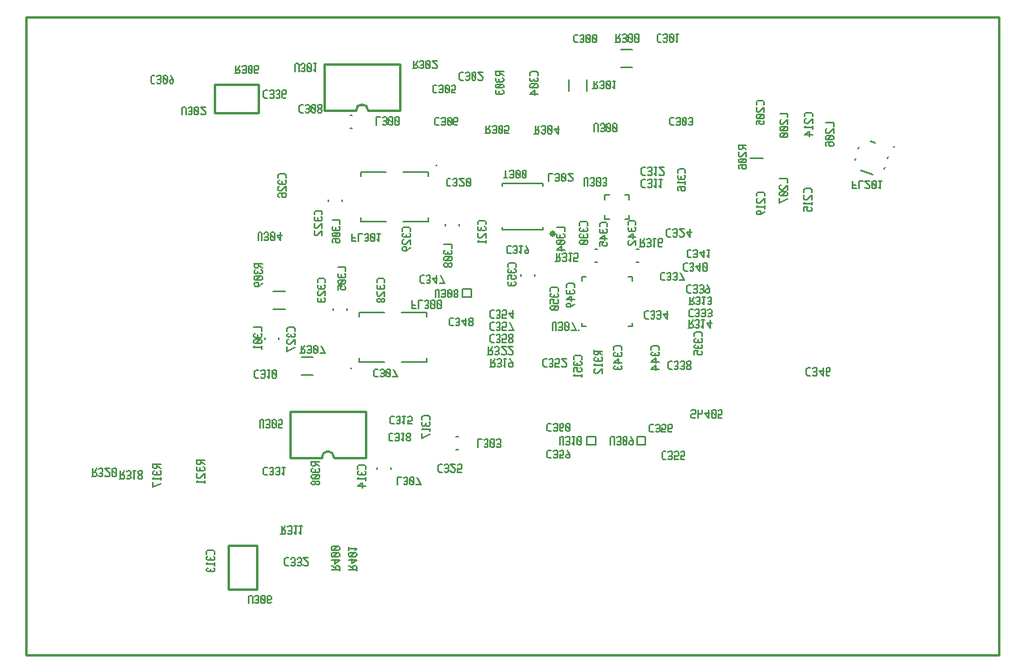
<source format=gbr>
G04 start of page 11 for group -4078 idx -4078 *
G04 Title: (unknown), bottomsilk *
G04 Creator: pcb 1.99z *
G04 CreationDate: Wed 16 Jun 2021 11:08:52 PM GMT UTC *
G04 For: mark *
G04 Format: Gerber/RS-274X *
G04 PCB-Dimensions (mil): 4300.00 3300.00 *
G04 PCB-Coordinate-Origin: lower left *
%MOIN*%
%FSLAX25Y25*%
%LNBOTTOMSILK*%
%ADD195C,0.0250*%
%ADD194C,0.0079*%
%ADD193C,0.0061*%
%ADD192C,0.0098*%
%ADD191C,0.0080*%
%ADD190C,0.0118*%
%ADD189C,0.0060*%
%ADD188C,0.0100*%
G54D188*X415006Y281494D02*X16006D01*
Y19494D01*
X415006D01*
Y281494D01*
G54D189*X313006Y223494D02*X318506D01*
X195266Y169734D02*Y166254D01*
X198746D01*
Y169734D02*Y166254D01*
X195266Y169734D02*X198746D01*
X194806Y170194D03*
X152809Y139758D02*Y141569D01*
Y139758D02*X163163D01*
X152809Y160230D02*Y158419D01*
Y160230D02*X163163D01*
X180368Y139758D02*Y141569D01*
X170014Y139758D02*X180368D01*
Y158419D02*Y160230D01*
X170014D02*X180368D01*
G54D190*X149589Y136994D03*
G54D191*X192613Y103739D02*X193399D01*
X192613Y109249D02*X193399D01*
G54D189*X125106Y195144D03*
G54D191*X129144Y134254D02*X133868D01*
X129144Y141734D02*X133868D01*
X145761Y206387D02*Y205601D01*
X140251Y206387D02*Y205601D01*
G54D189*X181203Y217730D02*Y215919D01*
X170848Y217730D02*X181203D01*
Y199069D02*Y197258D01*
X170848D02*X181203D01*
X153644Y217730D02*Y215919D01*
Y217730D02*X163998D01*
X153644Y199069D02*Y197258D01*
X163998D01*
G54D190*X184423Y220494D03*
G54D188*X138506Y261994D02*Y242994D01*
Y261994D02*X169506D01*
Y242994D01*
X138506D02*X151506D01*
X156506D02*X169506D01*
X156506D02*G75*G03X151506Y242994I-2500J0D01*G01*
G54D191*X149113Y241249D02*X149899D01*
X149113Y235739D02*X149899D01*
G54D189*X307500Y122500D03*
G54D191*X224761Y175887D02*Y175101D01*
X219251Y175887D02*Y175101D01*
G54D192*X242695Y152683D03*
G54D193*X264742Y174730D02*Y173156D01*
X263167Y174730D02*X264742D01*
X263167Y154258D02*X264742D01*
Y155833D02*Y154258D01*
X244270Y155833D02*Y154258D01*
X245844D01*
X244270Y174730D02*X245844D01*
X244270D02*Y173156D01*
G54D194*X264459Y197628D03*
X263474Y200187D02*Y198415D01*
X261703D02*X263474D01*
X261703Y208258D02*X263474D01*
Y206486D01*
X253632Y208258D02*Y206486D01*
Y208258D02*X255404D01*
X253632Y198415D02*X255404D01*
X253632Y200187D02*Y198415D01*
G54D191*X193761Y196387D02*Y195601D01*
X188251Y196387D02*Y195601D01*
X249613Y180739D02*X250399D01*
X249613Y186249D02*X250399D01*
X266570D02*X267356D01*
X266570Y180739D02*X267356D01*
G54D195*X232006Y192494D03*
G54D189*X211506Y193994D02*X228006D01*
X211506Y194994D02*Y193994D01*
X228006Y194994D02*Y193994D01*
X211506Y212994D02*X228006D01*
X211506D02*Y211994D01*
X228006Y212994D02*Y211994D01*
G54D191*X147761Y161887D02*Y161101D01*
X142251Y161887D02*Y161101D01*
X119761Y149887D02*Y149101D01*
X114251Y149887D02*Y149101D01*
X117644Y168734D02*X122368D01*
X117644Y161254D02*X122368D01*
G54D188*X93495Y253821D02*X111369D01*
Y242167D01*
X93495D02*X111369D01*
X93495Y253810D02*Y242167D01*
X110833Y64431D02*Y46557D01*
X99179D02*X110833D01*
X99179Y64431D02*Y46557D01*
Y64431D02*X110822D01*
X124506Y119494D02*Y100494D01*
Y119494D02*X155506D01*
Y100494D01*
X124506D02*X137506D01*
X142506D02*X155506D01*
X142506D02*G75*G03X137506Y100494I-2500J0D01*G01*
G54D191*X160251Y96387D02*Y95601D01*
X165761Y96387D02*Y95601D01*
G54D189*X275730Y248394D03*
G54D191*X246246Y255856D02*Y251132D01*
X238766Y255856D02*Y251132D01*
X260144Y268234D02*X264868D01*
X260144Y260754D02*X264868D01*
G54D188*X372184Y228170D03*
G54D189*X358626Y218294D02*X363493Y216712D01*
X356407Y223569D02*X356163Y222820D01*
X357867Y228062D02*X357623Y227313D01*
X368389Y219675D02*X368145Y218926D01*
X369848Y224169D02*X369605Y223420D01*
X362519Y230276D02*X364578Y229607D01*
X249746Y109234D02*Y105754D01*
X246266Y109234D02*X249746D01*
X246266D02*Y105754D01*
X249746D01*
X250206Y105294D03*
X270187Y109234D02*Y105754D01*
X266707Y109234D02*X270187D01*
X266707D02*Y105754D01*
X270187D01*
X270647Y105294D03*
X226104Y257500D02*Y258540D01*
X225544Y259100D02*X226104Y258540D01*
X223464Y259100D02*X225544D01*
X223464D02*X222904Y258540D01*
Y257500D02*Y258540D01*
X223304Y256540D02*X222904Y256140D01*
Y255340D02*Y256140D01*
Y255340D02*X223304Y254940D01*
X226104Y255340D02*X225704Y254940D01*
X226104Y255340D02*Y256140D01*
X225704Y256540D02*X226104Y256140D01*
X224344Y255340D02*Y256140D01*
X223304Y254940D02*X223944D01*
X224744D02*X225704D01*
X224744D02*X224344Y255340D01*
X223944Y254940D02*X224344Y255340D01*
X225704Y253980D02*X226104Y253580D01*
X223304Y253980D02*X225704D01*
X223304D02*X222904Y253580D01*
Y252780D02*Y253580D01*
Y252780D02*X223304Y252380D01*
X225704D01*
X226104Y252780D02*X225704Y252380D01*
X226104Y252780D02*Y253580D01*
X225304Y253980D02*X223704Y252380D01*
X224904Y251420D02*X222904Y249820D01*
X224904Y249420D02*Y251420D01*
X222904Y249820D02*X226104D01*
X224663Y233557D02*X226263D01*
X226663Y233957D01*
Y234757D01*
X226263Y235157D02*X226663Y234757D01*
X225063Y235157D02*X226263D01*
X225063Y233557D02*Y236757D01*
X225703Y235157D02*X226663Y236757D01*
X227623Y233957D02*X228023Y233557D01*
X228823D01*
X229223Y233957D01*
X228823Y236757D02*X229223Y236357D01*
X228023Y236757D02*X228823D01*
X227623Y236357D02*X228023Y236757D01*
Y234997D02*X228823D01*
X229223Y233957D02*Y234597D01*
Y235397D02*Y236357D01*
Y235397D02*X228823Y234997D01*
X229223Y234597D02*X228823Y234997D01*
X230183Y236357D02*X230583Y236757D01*
X230183Y233957D02*Y236357D01*
Y233957D02*X230583Y233557D01*
X231383D01*
X231783Y233957D01*
Y236357D01*
X231383Y236757D02*X231783Y236357D01*
X230583Y236757D02*X231383D01*
X230183Y235957D02*X231783Y234357D01*
X232743Y235557D02*X234343Y233557D01*
X232743Y235557D02*X234743D01*
X234343Y233557D02*Y236757D01*
X212006Y215288D02*X213606D01*
X212806D02*Y218488D01*
X214566Y215688D02*X214966Y215288D01*
X215766D01*
X216166Y215688D01*
X215766Y218488D02*X216166Y218088D01*
X214966Y218488D02*X215766D01*
X214566Y218088D02*X214966Y218488D01*
Y216728D02*X215766D01*
X216166Y215688D02*Y216328D01*
Y217128D02*Y218088D01*
Y217128D02*X215766Y216728D01*
X216166Y216328D02*X215766Y216728D01*
X217126Y218088D02*X217526Y218488D01*
X217126Y215688D02*Y218088D01*
Y215688D02*X217526Y215288D01*
X218326D01*
X218726Y215688D01*
Y218088D01*
X218326Y218488D02*X218726Y218088D01*
X217526Y218488D02*X218326D01*
X217126Y217688D02*X218726Y216088D01*
X219686Y218088D02*X220086Y218488D01*
X219686Y215688D02*Y218088D01*
Y215688D02*X220086Y215288D01*
X220886D01*
X221286Y215688D01*
Y218088D01*
X220886Y218488D02*X221286Y218088D01*
X220086Y218488D02*X220886D01*
X219686Y217688D02*X221286Y216088D01*
X248656Y252044D02*X250256D01*
X250656Y252444D01*
Y253244D01*
X250256Y253644D02*X250656Y253244D01*
X249056Y253644D02*X250256D01*
X249056Y252044D02*Y255244D01*
X249696Y253644D02*X250656Y255244D01*
X251616Y252444D02*X252016Y252044D01*
X252816D01*
X253216Y252444D01*
X252816Y255244D02*X253216Y254844D01*
X252016Y255244D02*X252816D01*
X251616Y254844D02*X252016Y255244D01*
Y253484D02*X252816D01*
X253216Y252444D02*Y253084D01*
Y253884D02*Y254844D01*
Y253884D02*X252816Y253484D01*
X253216Y253084D02*X252816Y253484D01*
X254176Y254844D02*X254576Y255244D01*
X254176Y252444D02*Y254844D01*
Y252444D02*X254576Y252044D01*
X255376D01*
X255776Y252444D01*
Y254844D01*
X255376Y255244D02*X255776Y254844D01*
X254576Y255244D02*X255376D01*
X254176Y254444D02*X255776Y252844D01*
X256736Y252684D02*X257376Y252044D01*
Y255244D01*
X256736D02*X257936D01*
X269176Y214699D02*X270216D01*
X268616Y214139D02*X269176Y214699D01*
X268616Y212059D02*Y214139D01*
Y212059D02*X269176Y211499D01*
X270216D01*
X271176Y211899D02*X271576Y211499D01*
X272376D01*
X272776Y211899D01*
X272376Y214699D02*X272776Y214299D01*
X271576Y214699D02*X272376D01*
X271176Y214299D02*X271576Y214699D01*
Y212939D02*X272376D01*
X272776Y211899D02*Y212539D01*
Y213339D02*Y214299D01*
Y213339D02*X272376Y212939D01*
X272776Y212539D02*X272376Y212939D01*
X273736Y212139D02*X274376Y211499D01*
Y214699D01*
X273736D02*X274936D01*
X275896Y212139D02*X276536Y211499D01*
Y214699D01*
X275896D02*X277096D01*
X269176Y219699D02*X270216D01*
X268616Y219139D02*X269176Y219699D01*
X268616Y217059D02*Y219139D01*
Y217059D02*X269176Y216499D01*
X270216D01*
X271176Y216899D02*X271576Y216499D01*
X272376D01*
X272776Y216899D01*
X272376Y219699D02*X272776Y219299D01*
X271576Y219699D02*X272376D01*
X271176Y219299D02*X271576Y219699D01*
Y217939D02*X272376D01*
X272776Y216899D02*Y217539D01*
Y218339D02*Y219299D01*
Y218339D02*X272376Y217939D01*
X272776Y217539D02*X272376Y217939D01*
X273736Y217139D02*X274376Y216499D01*
Y219699D01*
X273736D02*X274936D01*
X275896Y216899D02*X276296Y216499D01*
X277496D01*
X277896Y216899D01*
Y217699D01*
X275896Y219699D02*X277896Y217699D01*
X275896Y219699D02*X277896D01*
X257813Y271144D02*X259413D01*
X259813Y271544D01*
Y272344D01*
X259413Y272744D02*X259813Y272344D01*
X258213Y272744D02*X259413D01*
X258213Y271144D02*Y274344D01*
X258853Y272744D02*X259813Y274344D01*
X260773Y271544D02*X261173Y271144D01*
X261973D01*
X262373Y271544D01*
X261973Y274344D02*X262373Y273944D01*
X261173Y274344D02*X261973D01*
X260773Y273944D02*X261173Y274344D01*
Y272584D02*X261973D01*
X262373Y271544D02*Y272184D01*
Y272984D02*Y273944D01*
Y272984D02*X261973Y272584D01*
X262373Y272184D02*X261973Y272584D01*
X263333Y273944D02*X263733Y274344D01*
X263333Y271544D02*Y273944D01*
Y271544D02*X263733Y271144D01*
X264533D01*
X264933Y271544D01*
Y273944D01*
X264533Y274344D02*X264933Y273944D01*
X263733Y274344D02*X264533D01*
X263333Y273544D02*X264933Y271944D01*
X265893Y273944D02*X266293Y274344D01*
X265893Y271544D02*Y273944D01*
Y271544D02*X266293Y271144D01*
X267093D01*
X267493Y271544D01*
Y273944D01*
X267093Y274344D02*X267493Y273944D01*
X266293Y274344D02*X267093D01*
X265893Y273544D02*X267493Y271944D01*
X275566Y274394D02*X276606D01*
X275006Y273834D02*X275566Y274394D01*
X275006Y271754D02*Y273834D01*
Y271754D02*X275566Y271194D01*
X276606D01*
X277566Y271594D02*X277966Y271194D01*
X278766D01*
X279166Y271594D01*
X278766Y274394D02*X279166Y273994D01*
X277966Y274394D02*X278766D01*
X277566Y273994D02*X277966Y274394D01*
Y272634D02*X278766D01*
X279166Y271594D02*Y272234D01*
Y273034D02*Y273994D01*
Y273034D02*X278766Y272634D01*
X279166Y272234D02*X278766Y272634D01*
X280126Y273994D02*X280526Y274394D01*
X280126Y271594D02*Y273994D01*
Y271594D02*X280526Y271194D01*
X281326D01*
X281726Y271594D01*
Y273994D01*
X281326Y274394D02*X281726Y273994D01*
X280526Y274394D02*X281326D01*
X280126Y273594D02*X281726Y271994D01*
X282686Y271834D02*X283326Y271194D01*
Y274394D01*
X282686D02*X283886D01*
X241359Y274244D02*X242399D01*
X240799Y273684D02*X241359Y274244D01*
X240799Y271604D02*Y273684D01*
Y271604D02*X241359Y271044D01*
X242399D01*
X243359Y271444D02*X243759Y271044D01*
X244559D01*
X244959Y271444D01*
X244559Y274244D02*X244959Y273844D01*
X243759Y274244D02*X244559D01*
X243359Y273844D02*X243759Y274244D01*
Y272484D02*X244559D01*
X244959Y271444D02*Y272084D01*
Y272884D02*Y273844D01*
Y272884D02*X244559Y272484D01*
X244959Y272084D02*X244559Y272484D01*
X245919Y273844D02*X246319Y274244D01*
X245919Y271444D02*Y273844D01*
Y271444D02*X246319Y271044D01*
X247119D01*
X247519Y271444D01*
Y273844D01*
X247119Y274244D02*X247519Y273844D01*
X246319Y274244D02*X247119D01*
X245919Y273444D02*X247519Y271844D01*
X248479Y273844D02*X248879Y274244D01*
X248479Y271444D02*Y273844D01*
Y271444D02*X248879Y271044D01*
X249679D01*
X250079Y271444D01*
Y273844D01*
X249679Y274244D02*X250079Y273844D01*
X248879Y274244D02*X249679D01*
X248479Y273444D02*X250079Y271844D01*
X213992Y187494D02*X215032D01*
X213432Y186934D02*X213992Y187494D01*
X213432Y184854D02*Y186934D01*
Y184854D02*X213992Y184294D01*
X215032D01*
X215992Y184694D02*X216392Y184294D01*
X217192D01*
X217592Y184694D01*
X217192Y187494D02*X217592Y187094D01*
X216392Y187494D02*X217192D01*
X215992Y187094D02*X216392Y187494D01*
Y185734D02*X217192D01*
X217592Y184694D02*Y185334D01*
Y186134D02*Y187094D01*
Y186134D02*X217192Y185734D01*
X217592Y185334D02*X217192Y185734D01*
X218552Y184934D02*X219192Y184294D01*
Y187494D01*
X218552D02*X219752D01*
X221112D02*X222312Y185894D01*
Y184694D02*Y185894D01*
X221912Y184294D02*X222312Y184694D01*
X221112Y184294D02*X221912D01*
X220712Y184694D02*X221112Y184294D01*
X220712Y184694D02*Y185494D01*
X221112Y185894D01*
X222312D01*
X217006Y178894D02*Y179934D01*
X216446Y180494D02*X217006Y179934D01*
X214366Y180494D02*X216446D01*
X214366D02*X213806Y179934D01*
Y178894D02*Y179934D01*
X214206Y177934D02*X213806Y177534D01*
Y176734D02*Y177534D01*
Y176734D02*X214206Y176334D01*
X217006Y176734D02*X216606Y176334D01*
X217006Y176734D02*Y177534D01*
X216606Y177934D02*X217006Y177534D01*
X215246Y176734D02*Y177534D01*
X214206Y176334D02*X214846D01*
X215646D02*X216606D01*
X215646D02*X215246Y176734D01*
X214846Y176334D02*X215246Y176734D01*
X213806Y173774D02*Y175374D01*
X215406D01*
X215006Y174974D01*
Y174174D02*Y174974D01*
Y174174D02*X215406Y173774D01*
X216606D01*
X217006Y174174D02*X216606Y173774D01*
X217006Y174174D02*Y174974D01*
X216606Y175374D02*X217006Y174974D01*
X214206Y172814D02*X213806Y172414D01*
Y171614D02*Y172414D01*
Y171614D02*X214206Y171214D01*
X217006Y171614D02*X216606Y171214D01*
X217006Y171614D02*Y172414D01*
X216606Y172814D02*X217006Y172414D01*
X215246Y171614D02*Y172414D01*
X214206Y171214D02*X214846D01*
X215646D02*X216606D01*
X215646D02*X215246Y171614D01*
X214846Y171214D02*X215246Y171614D01*
X246506Y195894D02*Y196934D01*
X245946Y197494D02*X246506Y196934D01*
X243866Y197494D02*X245946D01*
X243866D02*X243306Y196934D01*
Y195894D02*Y196934D01*
X243706Y194934D02*X243306Y194534D01*
Y193734D02*Y194534D01*
Y193734D02*X243706Y193334D01*
X246506Y193734D02*X246106Y193334D01*
X246506Y193734D02*Y194534D01*
X246106Y194934D02*X246506Y194534D01*
X244746Y193734D02*Y194534D01*
X243706Y193334D02*X244346D01*
X245146D02*X246106D01*
X245146D02*X244746Y193734D01*
X244346Y193334D02*X244746Y193734D01*
X243706Y192374D02*X243306Y191974D01*
Y191174D02*Y191974D01*
Y191174D02*X243706Y190774D01*
X246506Y191174D02*X246106Y190774D01*
X246506Y191174D02*Y191974D01*
X246106Y192374D02*X246506Y191974D01*
X244746Y191174D02*Y191974D01*
X243706Y190774D02*X244346D01*
X245146D02*X246106D01*
X245146D02*X244746Y191174D01*
X244346Y190774D02*X244746Y191174D01*
X246106Y189814D02*X246506Y189414D01*
X243706Y189814D02*X246106D01*
X243706D02*X243306Y189414D01*
Y188614D02*Y189414D01*
Y188614D02*X243706Y188214D01*
X246106D01*
X246506Y188614D02*X246106Y188214D01*
X246506Y188614D02*Y189414D01*
X245706Y189814D02*X244106Y188214D01*
X233806Y194935D02*X237006D01*
Y193335D02*Y194935D01*
X234206Y192375D02*X233806Y191975D01*
Y191175D02*Y191975D01*
Y191175D02*X234206Y190775D01*
X237006Y191175D02*X236606Y190775D01*
X237006Y191175D02*Y191975D01*
X236606Y192375D02*X237006Y191975D01*
X235246Y191175D02*Y191975D01*
X234206Y190775D02*X234846D01*
X235646D02*X236606D01*
X235646D02*X235246Y191175D01*
X234846Y190775D02*X235246Y191175D01*
X236606Y189815D02*X237006Y189415D01*
X234206Y189815D02*X236606D01*
X234206D02*X233806Y189415D01*
Y188615D02*Y189415D01*
Y188615D02*X234206Y188215D01*
X236606D01*
X237006Y188615D02*X236606Y188215D01*
X237006Y188615D02*Y189415D01*
X236206Y189815D02*X234606Y188215D01*
X235806Y187255D02*X233806Y185655D01*
X235806Y185255D02*Y187255D01*
X233806Y185655D02*X237006D01*
X233303Y181150D02*X234903D01*
X235303Y181550D01*
Y182350D01*
X234903Y182750D02*X235303Y182350D01*
X233703Y182750D02*X234903D01*
X233703Y181150D02*Y184350D01*
X234343Y182750D02*X235303Y184350D01*
X236263Y181550D02*X236663Y181150D01*
X237463D01*
X237863Y181550D01*
X237463Y184350D02*X237863Y183950D01*
X236663Y184350D02*X237463D01*
X236263Y183950D02*X236663Y184350D01*
Y182590D02*X237463D01*
X237863Y181550D02*Y182190D01*
Y182990D02*Y183950D01*
Y182990D02*X237463Y182590D01*
X237863Y182190D02*X237463Y182590D01*
X238823Y181790D02*X239463Y181150D01*
Y184350D01*
X238823D02*X240023D01*
X240983Y181150D02*X242583D01*
X240983D02*Y182750D01*
X241383Y182350D01*
X242183D01*
X242583Y182750D01*
Y183950D01*
X242183Y184350D02*X242583Y183950D01*
X241383Y184350D02*X242183D01*
X240983Y183950D02*X241383Y184350D01*
X234506Y168894D02*Y169934D01*
X233946Y170494D02*X234506Y169934D01*
X231866Y170494D02*X233946D01*
X231866D02*X231306Y169934D01*
Y168894D02*Y169934D01*
X231706Y167934D02*X231306Y167534D01*
Y166734D02*Y167534D01*
Y166734D02*X231706Y166334D01*
X234506Y166734D02*X234106Y166334D01*
X234506Y166734D02*Y167534D01*
X234106Y167934D02*X234506Y167534D01*
X232746Y166734D02*Y167534D01*
X231706Y166334D02*X232346D01*
X233146D02*X234106D01*
X233146D02*X232746Y166734D01*
X232346Y166334D02*X232746Y166734D01*
X231306Y163774D02*Y165374D01*
X232906D01*
X232506Y164974D01*
Y164174D02*Y164974D01*
Y164174D02*X232906Y163774D01*
X234106D01*
X234506Y164174D02*X234106Y163774D01*
X234506Y164174D02*Y164974D01*
X234106Y165374D02*X234506Y164974D01*
X234106Y162814D02*X234506Y162414D01*
X231706Y162814D02*X234106D01*
X231706D02*X231306Y162414D01*
Y161614D02*Y162414D01*
Y161614D02*X231706Y161214D01*
X234106D01*
X234506Y161614D02*X234106Y161214D01*
X234506Y161614D02*Y162414D01*
X233706Y162814D02*X232106Y161214D01*
X241006Y170394D02*Y171434D01*
X240446Y171994D02*X241006Y171434D01*
X238366Y171994D02*X240446D01*
X238366D02*X237806Y171434D01*
Y170394D02*Y171434D01*
X238206Y169434D02*X237806Y169034D01*
Y168234D02*Y169034D01*
Y168234D02*X238206Y167834D01*
X241006Y168234D02*X240606Y167834D01*
X241006Y168234D02*Y169034D01*
X240606Y169434D02*X241006Y169034D01*
X239246Y168234D02*Y169034D01*
X238206Y167834D02*X238846D01*
X239646D02*X240606D01*
X239646D02*X239246Y168234D01*
X238846Y167834D02*X239246Y168234D01*
X239806Y166874D02*X237806Y165274D01*
X239806Y164874D02*Y166874D01*
X237806Y165274D02*X241006D01*
Y163514D02*X239406Y162314D01*
X238206D02*X239406D01*
X237806Y162714D02*X238206Y162314D01*
X237806Y162714D02*Y163514D01*
X238206Y163914D02*X237806Y163514D01*
X238206Y163914D02*X239006D01*
X239406Y163514D01*
Y162314D02*Y163514D01*
X232006Y152794D02*Y155594D01*
X232406Y155994D01*
X233206D01*
X233606Y155594D01*
Y152794D02*Y155594D01*
X234566Y153194D02*X234966Y152794D01*
X235766D01*
X236166Y153194D01*
X235766Y155994D02*X236166Y155594D01*
X234966Y155994D02*X235766D01*
X234566Y155594D02*X234966Y155994D01*
Y154234D02*X235766D01*
X236166Y153194D02*Y153834D01*
Y154634D02*Y155594D01*
Y154634D02*X235766Y154234D01*
X236166Y153834D02*X235766Y154234D01*
X237126Y155594D02*X237526Y155994D01*
X237126Y153194D02*Y155594D01*
Y153194D02*X237526Y152794D01*
X238326D01*
X238726Y153194D01*
Y155594D01*
X238326Y155994D02*X238726Y155594D01*
X237526Y155994D02*X238326D01*
X237126Y155194D02*X238726Y153594D01*
X240086Y155994D02*X241686Y152794D01*
X239686D02*X241686D01*
X288006Y163294D02*X289606D01*
X290006Y163694D01*
Y164494D01*
X289606Y164894D02*X290006Y164494D01*
X288406Y164894D02*X289606D01*
X288406Y163294D02*Y166494D01*
X289046Y164894D02*X290006Y166494D01*
X290966Y163694D02*X291366Y163294D01*
X292166D01*
X292566Y163694D01*
X292166Y166494D02*X292566Y166094D01*
X291366Y166494D02*X292166D01*
X290966Y166094D02*X291366Y166494D01*
Y164734D02*X292166D01*
X292566Y163694D02*Y164334D01*
Y165134D02*Y166094D01*
Y165134D02*X292166Y164734D01*
X292566Y164334D02*X292166Y164734D01*
X293526Y163934D02*X294166Y163294D01*
Y166494D01*
X293526D02*X294726D01*
X295686Y163694D02*X296086Y163294D01*
X296886D01*
X297286Y163694D01*
X296886Y166494D02*X297286Y166094D01*
X296086Y166494D02*X296886D01*
X295686Y166094D02*X296086Y166494D01*
Y164734D02*X296886D01*
X297286Y163694D02*Y164334D01*
Y165134D02*Y166094D01*
Y165134D02*X296886Y164734D01*
X297286Y164334D02*X296886Y164734D01*
X270342Y160770D02*X271382D01*
X269782Y160210D02*X270342Y160770D01*
X269782Y158130D02*Y160210D01*
Y158130D02*X270342Y157570D01*
X271382D01*
X272342Y157970D02*X272742Y157570D01*
X273542D01*
X273942Y157970D01*
X273542Y160770D02*X273942Y160370D01*
X272742Y160770D02*X273542D01*
X272342Y160370D02*X272742Y160770D01*
Y159010D02*X273542D01*
X273942Y157970D02*Y158610D01*
Y159410D02*Y160370D01*
Y159410D02*X273542Y159010D01*
X273942Y158610D02*X273542Y159010D01*
X274902Y157970D02*X275302Y157570D01*
X276102D01*
X276502Y157970D01*
X276102Y160770D02*X276502Y160370D01*
X275302Y160770D02*X276102D01*
X274902Y160370D02*X275302Y160770D01*
Y159010D02*X276102D01*
X276502Y157970D02*Y158610D01*
Y159410D02*Y160370D01*
Y159410D02*X276102Y159010D01*
X276502Y158610D02*X276102Y159010D01*
X277462Y159570D02*X279062Y157570D01*
X277462Y159570D02*X279462D01*
X279062Y157570D02*Y160770D01*
X287916Y185844D02*X288956D01*
X287356Y185284D02*X287916Y185844D01*
X287356Y183204D02*Y185284D01*
Y183204D02*X287916Y182644D01*
X288956D01*
X289916Y183044D02*X290316Y182644D01*
X291116D01*
X291516Y183044D01*
X291116Y185844D02*X291516Y185444D01*
X290316Y185844D02*X291116D01*
X289916Y185444D02*X290316Y185844D01*
Y184084D02*X291116D01*
X291516Y183044D02*Y183684D01*
Y184484D02*Y185444D01*
Y184484D02*X291116Y184084D01*
X291516Y183684D02*X291116Y184084D01*
X292476Y184644D02*X294076Y182644D01*
X292476Y184644D02*X294476D01*
X294076Y182644D02*Y185844D01*
X295436Y183284D02*X296076Y182644D01*
Y185844D01*
X295436D02*X296636D01*
X286363Y180350D02*X287403D01*
X285803Y179790D02*X286363Y180350D01*
X285803Y177710D02*Y179790D01*
Y177710D02*X286363Y177150D01*
X287403D01*
X288363Y177550D02*X288763Y177150D01*
X289563D01*
X289963Y177550D01*
X289563Y180350D02*X289963Y179950D01*
X288763Y180350D02*X289563D01*
X288363Y179950D02*X288763Y180350D01*
Y178590D02*X289563D01*
X289963Y177550D02*Y178190D01*
Y178990D02*Y179950D01*
Y178990D02*X289563Y178590D01*
X289963Y178190D02*X289563Y178590D01*
X290923Y179150D02*X292523Y177150D01*
X290923Y179150D02*X292923D01*
X292523Y177150D02*Y180350D01*
X293883Y179950D02*X294283Y180350D01*
X293883Y177550D02*Y179950D01*
Y177550D02*X294283Y177150D01*
X295083D01*
X295483Y177550D01*
Y179950D01*
X295083Y180350D02*X295483Y179950D01*
X294283Y180350D02*X295083D01*
X293883Y179550D02*X295483Y177950D01*
X287873Y171344D02*X288913D01*
X287313Y170784D02*X287873Y171344D01*
X287313Y168704D02*Y170784D01*
Y168704D02*X287873Y168144D01*
X288913D01*
X289873Y168544D02*X290273Y168144D01*
X291073D01*
X291473Y168544D01*
X291073Y171344D02*X291473Y170944D01*
X290273Y171344D02*X291073D01*
X289873Y170944D02*X290273Y171344D01*
Y169584D02*X291073D01*
X291473Y168544D02*Y169184D01*
Y169984D02*Y170944D01*
Y169984D02*X291073Y169584D01*
X291473Y169184D02*X291073Y169584D01*
X292433Y168544D02*X292833Y168144D01*
X293633D01*
X294033Y168544D01*
X293633Y171344D02*X294033Y170944D01*
X292833Y171344D02*X293633D01*
X292433Y170944D02*X292833Y171344D01*
Y169584D02*X293633D01*
X294033Y168544D02*Y169184D01*
Y169984D02*Y170944D01*
Y169984D02*X293633Y169584D01*
X294033Y169184D02*X293633Y169584D01*
X295393Y171344D02*X296593Y169744D01*
Y168544D02*Y169744D01*
X296193Y168144D02*X296593Y168544D01*
X295393Y168144D02*X296193D01*
X294993Y168544D02*X295393Y168144D01*
X294993Y168544D02*Y169344D01*
X295393Y169744D01*
X296593D01*
X266301Y196078D02*Y197118D01*
X265741Y197678D02*X266301Y197118D01*
X263661Y197678D02*X265741D01*
X263661D02*X263101Y197118D01*
Y196078D02*Y197118D01*
X263501Y195118D02*X263101Y194718D01*
Y193918D02*Y194718D01*
Y193918D02*X263501Y193518D01*
X266301Y193918D02*X265901Y193518D01*
X266301Y193918D02*Y194718D01*
X265901Y195118D02*X266301Y194718D01*
X264541Y193918D02*Y194718D01*
X263501Y193518D02*X264141D01*
X264941D02*X265901D01*
X264941D02*X264541Y193918D01*
X264141Y193518D02*X264541Y193918D01*
X265101Y192558D02*X263101Y190958D01*
X265101Y190558D02*Y192558D01*
X263101Y190958D02*X266301D01*
X263501Y189598D02*X263101Y189198D01*
Y187998D02*Y189198D01*
Y187998D02*X263501Y187598D01*
X264301D01*
X266301Y189598D02*X264301Y187598D01*
X266301D02*Y189598D01*
X280838Y240244D02*X281878D01*
X280278Y239684D02*X280838Y240244D01*
X280278Y237604D02*Y239684D01*
Y237604D02*X280838Y237044D01*
X281878D01*
X282838Y237444D02*X283238Y237044D01*
X284038D01*
X284438Y237444D01*
X284038Y240244D02*X284438Y239844D01*
X283238Y240244D02*X284038D01*
X282838Y239844D02*X283238Y240244D01*
Y238484D02*X284038D01*
X284438Y237444D02*Y238084D01*
Y238884D02*Y239844D01*
Y238884D02*X284038Y238484D01*
X284438Y238084D02*X284038Y238484D01*
X285398Y239844D02*X285798Y240244D01*
X285398Y237444D02*Y239844D01*
Y237444D02*X285798Y237044D01*
X286598D01*
X286998Y237444D01*
Y239844D01*
X286598Y240244D02*X286998Y239844D01*
X285798Y240244D02*X286598D01*
X285398Y239444D02*X286998Y237844D01*
X287958Y237444D02*X288358Y237044D01*
X289158D01*
X289558Y237444D01*
X289158Y240244D02*X289558Y239844D01*
X288358Y240244D02*X289158D01*
X287958Y239844D02*X288358Y240244D01*
Y238484D02*X289158D01*
X289558Y237444D02*Y238084D01*
Y238884D02*Y239844D01*
Y238884D02*X289158Y238484D01*
X289558Y238084D02*X289158Y238484D01*
X279492Y194420D02*X280532D01*
X278932Y193860D02*X279492Y194420D01*
X278932Y191780D02*Y193860D01*
Y191780D02*X279492Y191220D01*
X280532D01*
X281492Y191620D02*X281892Y191220D01*
X282692D01*
X283092Y191620D01*
X282692Y194420D02*X283092Y194020D01*
X281892Y194420D02*X282692D01*
X281492Y194020D02*X281892Y194420D01*
Y192660D02*X282692D01*
X283092Y191620D02*Y192260D01*
Y193060D02*Y194020D01*
Y193060D02*X282692Y192660D01*
X283092Y192260D02*X282692Y192660D01*
X284052Y191620D02*X284452Y191220D01*
X285652D01*
X286052Y191620D01*
Y192420D01*
X284052Y194420D02*X286052Y192420D01*
X284052Y194420D02*X286052D01*
X287012Y193220D02*X288612Y191220D01*
X287012Y193220D02*X289012D01*
X288612Y191220D02*Y194420D01*
X344156Y238144D02*X347356D01*
Y236544D02*Y238144D01*
X344556Y235584D02*X344156Y235184D01*
Y233984D02*Y235184D01*
Y233984D02*X344556Y233584D01*
X345356D01*
X347356Y235584D02*X345356Y233584D01*
X347356D02*Y235584D01*
X346956Y232624D02*X347356Y232224D01*
X344556Y232624D02*X346956D01*
X344556D02*X344156Y232224D01*
Y231424D02*Y232224D01*
Y231424D02*X344556Y231024D01*
X346956D01*
X347356Y231424D02*X346956Y231024D01*
X347356Y231424D02*Y232224D01*
X346556Y232624D02*X344956Y231024D01*
X344156Y228864D02*X344556Y228464D01*
X344156Y228864D02*Y229664D01*
X344556Y230064D02*X344156Y229664D01*
X344556Y230064D02*X346956D01*
X347356Y229664D01*
X345596Y228864D02*X345996Y228464D01*
X345596Y228864D02*Y230064D01*
X347356Y228864D02*Y229664D01*
Y228864D02*X346956Y228464D01*
X345996D02*X346956D01*
X325427Y241854D02*X328627D01*
Y240254D02*Y241854D01*
X325827Y239294D02*X325427Y238894D01*
Y237694D02*Y238894D01*
Y237694D02*X325827Y237294D01*
X326627D01*
X328627Y239294D02*X326627Y237294D01*
X328627D02*Y239294D01*
X328227Y236334D02*X328627Y235934D01*
X325827Y236334D02*X328227D01*
X325827D02*X325427Y235934D01*
Y235134D02*Y235934D01*
Y235134D02*X325827Y234734D01*
X328227D01*
X328627Y235134D02*X328227Y234734D01*
X328627Y235134D02*Y235934D01*
X327827Y236334D02*X326227Y234734D01*
X328227Y233774D02*X328627Y233374D01*
X325827Y233774D02*X328227D01*
X325827D02*X325427Y233374D01*
Y232574D02*Y233374D01*
Y232574D02*X325827Y232174D01*
X328227D01*
X328627Y232574D02*X328227Y232174D01*
X328627Y232574D02*Y233374D01*
X327827Y233774D02*X326227Y232174D01*
X338856Y240618D02*Y241658D01*
X338296Y242218D02*X338856Y241658D01*
X336216Y242218D02*X338296D01*
X336216D02*X335656Y241658D01*
Y240618D02*Y241658D01*
X336056Y239658D02*X335656Y239258D01*
Y238058D02*Y239258D01*
Y238058D02*X336056Y237658D01*
X336856D01*
X338856Y239658D02*X336856Y237658D01*
X338856D02*Y239658D01*
X336296Y236698D02*X335656Y236058D01*
X338856D01*
Y235498D02*Y236698D01*
X337656Y234538D02*X335656Y232938D01*
X337656Y232538D02*Y234538D01*
X335656Y232938D02*X338856D01*
X308406Y227534D02*Y229134D01*
Y227534D02*X308806Y227134D01*
X309606D01*
X310006Y227534D02*X309606Y227134D01*
X310006Y227534D02*Y228734D01*
X308406D02*X311606D01*
X310006Y228094D02*X311606Y227134D01*
X308806Y226174D02*X308406Y225774D01*
Y224574D02*Y225774D01*
Y224574D02*X308806Y224174D01*
X309606D01*
X311606Y226174D02*X309606Y224174D01*
X311606D02*Y226174D01*
X311206Y223214D02*X311606Y222814D01*
X308806Y223214D02*X311206D01*
X308806D02*X308406Y222814D01*
Y222014D02*Y222814D01*
Y222014D02*X308806Y221614D01*
X311206D01*
X311606Y222014D02*X311206Y221614D01*
X311606Y222014D02*Y222814D01*
X310806Y223214D02*X309206Y221614D01*
X308406Y219454D02*X308806Y219054D01*
X308406Y219454D02*Y220254D01*
X308806Y220654D02*X308406Y220254D01*
X308806Y220654D02*X311206D01*
X311606Y220254D01*
X309846Y219454D02*X310246Y219054D01*
X309846Y219454D02*Y220654D01*
X311606Y219454D02*Y220254D01*
Y219454D02*X311206Y219054D01*
X310246D02*X311206D01*
X318956Y245346D02*Y246386D01*
X318396Y246946D02*X318956Y246386D01*
X316316Y246946D02*X318396D01*
X316316D02*X315756Y246386D01*
Y245346D02*Y246386D01*
X316156Y244386D02*X315756Y243986D01*
Y242786D02*Y243986D01*
Y242786D02*X316156Y242386D01*
X316956D01*
X318956Y244386D02*X316956Y242386D01*
X318956D02*Y244386D01*
X318556Y241426D02*X318956Y241026D01*
X316156Y241426D02*X318556D01*
X316156D02*X315756Y241026D01*
Y240226D02*Y241026D01*
Y240226D02*X316156Y239826D01*
X318556D01*
X318956Y240226D02*X318556Y239826D01*
X318956Y240226D02*Y241026D01*
X318156Y241426D02*X316556Y239826D01*
X315756Y237266D02*Y238866D01*
X317356D01*
X316956Y238466D01*
Y237666D02*Y238466D01*
Y237666D02*X317356Y237266D01*
X318556D01*
X318956Y237666D02*X318556Y237266D01*
X318956Y237666D02*Y238466D01*
X318556Y238866D02*X318956Y238466D01*
X319006Y207935D02*Y208975D01*
X318446Y209535D02*X319006Y208975D01*
X316366Y209535D02*X318446D01*
X316366D02*X315806Y208975D01*
Y207935D02*Y208975D01*
X316206Y206975D02*X315806Y206575D01*
Y205375D02*Y206575D01*
Y205375D02*X316206Y204975D01*
X317006D01*
X319006Y206975D02*X317006Y204975D01*
X319006D02*Y206975D01*
X316446Y204015D02*X315806Y203375D01*
X319006D01*
Y202815D02*Y204015D01*
Y201455D02*X317406Y200255D01*
X316206D02*X317406D01*
X315806Y200655D02*X316206Y200255D01*
X315806Y200655D02*Y201455D01*
X316206Y201855D02*X315806Y201455D01*
X316206Y201855D02*X317006D01*
X317406Y201455D01*
Y200255D02*Y201455D01*
X338415Y209390D02*Y210430D01*
X337855Y210990D02*X338415Y210430D01*
X335775Y210990D02*X337855D01*
X335775D02*X335215Y210430D01*
Y209390D02*Y210430D01*
X335615Y208430D02*X335215Y208030D01*
Y206830D02*Y208030D01*
Y206830D02*X335615Y206430D01*
X336415D01*
X338415Y208430D02*X336415Y206430D01*
X338415D02*Y208430D01*
X335855Y205470D02*X335215Y204830D01*
X338415D01*
Y204270D02*Y205470D01*
X335215Y201710D02*Y203310D01*
X336815D01*
X336415Y202910D01*
Y202110D02*Y202910D01*
Y202110D02*X336815Y201710D01*
X338015D01*
X338415Y202110D02*X338015Y201710D01*
X338415Y202110D02*Y202910D01*
X338015Y203310D02*X338415Y202910D01*
X325333Y215134D02*X328533D01*
Y213534D02*Y215134D01*
X325733Y212574D02*X325333Y212174D01*
Y210974D02*Y212174D01*
Y210974D02*X325733Y210574D01*
X326533D01*
X328533Y212574D02*X326533Y210574D01*
X328533D02*Y212574D01*
X328133Y209614D02*X328533Y209214D01*
X325733Y209614D02*X328133D01*
X325733D02*X325333Y209214D01*
Y208414D02*Y209214D01*
Y208414D02*X325733Y208014D01*
X328133D01*
X328533Y208414D02*X328133Y208014D01*
X328533Y208414D02*Y209214D01*
X327733Y209614D02*X326133Y208014D01*
X328533Y206654D02*X325333Y205054D01*
Y207054D01*
X286663Y217441D02*Y218481D01*
X286103Y219041D02*X286663Y218481D01*
X284023Y219041D02*X286103D01*
X284023D02*X283463Y218481D01*
Y217441D02*Y218481D01*
X283863Y216481D02*X283463Y216081D01*
Y215281D02*Y216081D01*
Y215281D02*X283863Y214881D01*
X286663Y215281D02*X286263Y214881D01*
X286663Y215281D02*Y216081D01*
X286263Y216481D02*X286663Y216081D01*
X284903Y215281D02*Y216081D01*
X283863Y214881D02*X284503D01*
X285303D02*X286263D01*
X285303D02*X284903Y215281D01*
X284503Y214881D02*X284903Y215281D01*
X284103Y213921D02*X283463Y213281D01*
X286663D01*
Y212721D02*Y213921D01*
X283463Y210561D02*X283863Y210161D01*
X283463Y210561D02*Y211361D01*
X283863Y211761D02*X283463Y211361D01*
X283863Y211761D02*X286263D01*
X286663Y211361D01*
X284903Y210561D02*X285303Y210161D01*
X284903Y210561D02*Y211761D01*
X286663Y210561D02*Y211361D01*
Y210561D02*X286263Y210161D01*
X285303D02*X286263D01*
X230663Y213999D02*Y217199D01*
X232263D01*
X233223Y214399D02*X233623Y213999D01*
X234423D01*
X234823Y214399D01*
X234423Y217199D02*X234823Y216799D01*
X233623Y217199D02*X234423D01*
X233223Y216799D02*X233623Y217199D01*
Y215439D02*X234423D01*
X234823Y214399D02*Y215039D01*
Y215839D02*Y216799D01*
Y215839D02*X234423Y215439D01*
X234823Y215039D02*X234423Y215439D01*
X235783Y216799D02*X236183Y217199D01*
X235783Y214399D02*Y216799D01*
Y214399D02*X236183Y213999D01*
X236983D01*
X237383Y214399D01*
Y216799D01*
X236983Y217199D02*X237383Y216799D01*
X236183Y217199D02*X236983D01*
X235783Y216399D02*X237383Y214799D01*
X238343Y214399D02*X238743Y213999D01*
X239943D01*
X240343Y214399D01*
Y215199D01*
X238343Y217199D02*X240343Y215199D01*
X238343Y217199D02*X240343D01*
X245053Y212137D02*Y214937D01*
X245453Y215337D01*
X246253D01*
X246653Y214937D01*
Y212137D02*Y214937D01*
X247613Y212537D02*X248013Y212137D01*
X248813D01*
X249213Y212537D01*
X248813Y215337D02*X249213Y214937D01*
X248013Y215337D02*X248813D01*
X247613Y214937D02*X248013Y215337D01*
Y213577D02*X248813D01*
X249213Y212537D02*Y213177D01*
Y213977D02*Y214937D01*
Y213977D02*X248813Y213577D01*
X249213Y213177D02*X248813Y213577D01*
X250173Y214937D02*X250573Y215337D01*
X250173Y212537D02*Y214937D01*
Y212537D02*X250573Y212137D01*
X251373D01*
X251773Y212537D01*
Y214937D01*
X251373Y215337D02*X251773Y214937D01*
X250573Y215337D02*X251373D01*
X250173Y214537D02*X251773Y212937D01*
X252733Y212537D02*X253133Y212137D01*
X253933D01*
X254333Y212537D01*
X253933Y215337D02*X254333Y214937D01*
X253133Y215337D02*X253933D01*
X252733Y214937D02*X253133Y215337D01*
Y213577D02*X253933D01*
X254333Y212537D02*Y213177D01*
Y213977D02*Y214937D01*
Y213977D02*X253933Y213577D01*
X254333Y213177D02*X253933Y213577D01*
X249180Y234394D02*Y237194D01*
X249580Y237594D01*
X250380D01*
X250780Y237194D01*
Y234394D02*Y237194D01*
X251740Y234794D02*X252140Y234394D01*
X252940D01*
X253340Y234794D01*
X252940Y237594D02*X253340Y237194D01*
X252140Y237594D02*X252940D01*
X251740Y237194D02*X252140Y237594D01*
Y235834D02*X252940D01*
X253340Y234794D02*Y235434D01*
Y236234D02*Y237194D01*
Y236234D02*X252940Y235834D01*
X253340Y235434D02*X252940Y235834D01*
X254300Y237194D02*X254700Y237594D01*
X254300Y234794D02*Y237194D01*
Y234794D02*X254700Y234394D01*
X255500D01*
X255900Y234794D01*
Y237194D01*
X255500Y237594D02*X255900Y237194D01*
X254700Y237594D02*X255500D01*
X254300Y236794D02*X255900Y235194D01*
X256860Y237194D02*X257260Y237594D01*
X256860Y234794D02*Y237194D01*
Y234794D02*X257260Y234394D01*
X258060D01*
X258460Y234794D01*
Y237194D01*
X258060Y237594D02*X258460Y237194D01*
X257260Y237594D02*X258060D01*
X256860Y236794D02*X258460Y235194D01*
X254654Y195405D02*Y196445D01*
X254094Y197005D02*X254654Y196445D01*
X252014Y197005D02*X254094D01*
X252014D02*X251454Y196445D01*
Y195405D02*Y196445D01*
X251854Y194445D02*X251454Y194045D01*
Y193245D02*Y194045D01*
Y193245D02*X251854Y192845D01*
X254654Y193245D02*X254254Y192845D01*
X254654Y193245D02*Y194045D01*
X254254Y194445D02*X254654Y194045D01*
X252894Y193245D02*Y194045D01*
X251854Y192845D02*X252494D01*
X253294D02*X254254D01*
X253294D02*X252894Y193245D01*
X252494Y192845D02*X252894Y193245D01*
X253454Y191885D02*X251454Y190285D01*
X253454Y189885D02*Y191885D01*
X251454Y190285D02*X254654D01*
X251454Y187325D02*Y188925D01*
X253054D01*
X252654Y188525D01*
Y187725D02*Y188525D01*
Y187725D02*X253054Y187325D01*
X254254D01*
X254654Y187725D02*X254254Y187325D01*
X254654Y187725D02*Y188525D01*
X254254Y188925D02*X254654Y188525D01*
X277066Y176494D02*X278106D01*
X276506Y175934D02*X277066Y176494D01*
X276506Y173854D02*Y175934D01*
Y173854D02*X277066Y173294D01*
X278106D01*
X279066Y173694D02*X279466Y173294D01*
X280266D01*
X280666Y173694D01*
X280266Y176494D02*X280666Y176094D01*
X279466Y176494D02*X280266D01*
X279066Y176094D02*X279466Y176494D01*
Y174734D02*X280266D01*
X280666Y173694D02*Y174334D01*
Y175134D02*Y176094D01*
Y175134D02*X280266Y174734D01*
X280666Y174334D02*X280266Y174734D01*
X281626Y173694D02*X282026Y173294D01*
X282826D01*
X283226Y173694D01*
X282826Y176494D02*X283226Y176094D01*
X282026Y176494D02*X282826D01*
X281626Y176094D02*X282026Y176494D01*
Y174734D02*X282826D01*
X283226Y173694D02*Y174334D01*
Y175134D02*Y176094D01*
Y175134D02*X282826Y174734D01*
X283226Y174334D02*X282826Y174734D01*
X284586Y176494D02*X286186Y173294D01*
X284186D02*X286186D01*
X267831Y187150D02*X269431D01*
X269831Y187550D01*
Y188350D01*
X269431Y188750D02*X269831Y188350D01*
X268231Y188750D02*X269431D01*
X268231Y187150D02*Y190350D01*
X268871Y188750D02*X269831Y190350D01*
X270791Y187550D02*X271191Y187150D01*
X271991D01*
X272391Y187550D01*
X271991Y190350D02*X272391Y189950D01*
X271191Y190350D02*X271991D01*
X270791Y189950D02*X271191Y190350D01*
Y188590D02*X271991D01*
X272391Y187550D02*Y188190D01*
Y188990D02*Y189950D01*
Y188990D02*X271991Y188590D01*
X272391Y188190D02*X271991Y188590D01*
X273351Y187790D02*X273991Y187150D01*
Y190350D01*
X273351D02*X274551D01*
X276711Y187150D02*X277111Y187550D01*
X275911Y187150D02*X276711D01*
X275511Y187550D02*X275911Y187150D01*
X275511Y187550D02*Y189950D01*
X275911Y190350D01*
X276711Y188590D02*X277111Y188990D01*
X275511Y188590D02*X276711D01*
X275911Y190350D02*X276711D01*
X277111Y189950D01*
Y188990D02*Y189950D01*
X187656Y188144D02*X190856D01*
Y186544D02*Y188144D01*
X188056Y185584D02*X187656Y185184D01*
Y184384D02*Y185184D01*
Y184384D02*X188056Y183984D01*
X190856Y184384D02*X190456Y183984D01*
X190856Y184384D02*Y185184D01*
X190456Y185584D02*X190856Y185184D01*
X189096Y184384D02*Y185184D01*
X188056Y183984D02*X188696D01*
X189496D02*X190456D01*
X189496D02*X189096Y184384D01*
X188696Y183984D02*X189096Y184384D01*
X190456Y183024D02*X190856Y182624D01*
X188056Y183024D02*X190456D01*
X188056D02*X187656Y182624D01*
Y181824D02*Y182624D01*
Y181824D02*X188056Y181424D01*
X190456D01*
X190856Y181824D02*X190456Y181424D01*
X190856Y181824D02*Y182624D01*
X190056Y183024D02*X188456Y181424D01*
X190456Y180464D02*X190856Y180064D01*
X189816Y180464D02*X190456D01*
X189816D02*X189256Y179904D01*
Y179424D02*Y179904D01*
Y179424D02*X189816Y178864D01*
X190456D01*
X190856Y179264D02*X190456Y178864D01*
X190856Y179264D02*Y180064D01*
X188696Y180464D02*X189256Y179904D01*
X188056Y180464D02*X188696D01*
X188056D02*X187656Y180064D01*
Y179264D02*Y180064D01*
Y179264D02*X188056Y178864D01*
X188696D01*
X189256Y179424D02*X188696Y178864D01*
X204708Y196298D02*Y197338D01*
X204148Y197898D02*X204708Y197338D01*
X202068Y197898D02*X204148D01*
X202068D02*X201508Y197338D01*
Y196298D02*Y197338D01*
X201908Y195338D02*X201508Y194938D01*
Y194138D02*Y194938D01*
Y194138D02*X201908Y193738D01*
X204708Y194138D02*X204308Y193738D01*
X204708Y194138D02*Y194938D01*
X204308Y195338D02*X204708Y194938D01*
X202948Y194138D02*Y194938D01*
X201908Y193738D02*X202548D01*
X203348D02*X204308D01*
X203348D02*X202948Y194138D01*
X202548Y193738D02*X202948Y194138D01*
X201908Y192778D02*X201508Y192378D01*
Y191178D02*Y192378D01*
Y191178D02*X201908Y190778D01*
X202708D01*
X204708Y192778D02*X202708Y190778D01*
X204708D02*Y192778D01*
X202148Y189818D02*X201508Y189178D01*
X204708D01*
Y188618D02*Y189818D01*
X109846Y178949D02*Y180549D01*
Y178949D02*X110246Y178549D01*
X111046D01*
X111446Y178949D02*X111046Y178549D01*
X111446Y178949D02*Y180149D01*
X109846D02*X113046D01*
X111446Y179509D02*X113046Y178549D01*
X110246Y177589D02*X109846Y177189D01*
Y176389D02*Y177189D01*
Y176389D02*X110246Y175989D01*
X113046Y176389D02*X112646Y175989D01*
X113046Y176389D02*Y177189D01*
X112646Y177589D02*X113046Y177189D01*
X111286Y176389D02*Y177189D01*
X110246Y175989D02*X110886D01*
X111686D02*X112646D01*
X111686D02*X111286Y176389D01*
X110886Y175989D02*X111286Y176389D01*
X112646Y175029D02*X113046Y174629D01*
X110246Y175029D02*X112646D01*
X110246D02*X109846Y174629D01*
Y173829D02*Y174629D01*
Y173829D02*X110246Y173429D01*
X112646D01*
X113046Y173829D02*X112646Y173429D01*
X113046Y173829D02*Y174629D01*
X112246Y175029D02*X110646Y173429D01*
X113046Y172069D02*X111446Y170869D01*
X110246D02*X111446D01*
X109846Y171269D02*X110246Y170869D01*
X109846Y171269D02*Y172069D01*
X110246Y172469D02*X109846Y172069D01*
X110246Y172469D02*X111046D01*
X111446Y172069D01*
Y170869D02*Y172069D01*
X173856Y193544D02*Y194584D01*
X173296Y195144D02*X173856Y194584D01*
X171216Y195144D02*X173296D01*
X171216D02*X170656Y194584D01*
Y193544D02*Y194584D01*
X171056Y192584D02*X170656Y192184D01*
Y191384D02*Y192184D01*
Y191384D02*X171056Y190984D01*
X173856Y191384D02*X173456Y190984D01*
X173856Y191384D02*Y192184D01*
X173456Y192584D02*X173856Y192184D01*
X172096Y191384D02*Y192184D01*
X171056Y190984D02*X171696D01*
X172496D02*X173456D01*
X172496D02*X172096Y191384D01*
X171696Y190984D02*X172096Y191384D01*
X171056Y190024D02*X170656Y189624D01*
Y188424D02*Y189624D01*
Y188424D02*X171056Y188024D01*
X171856D01*
X173856Y190024D02*X171856Y188024D01*
X173856D02*Y190024D01*
Y186664D02*X172256Y185464D01*
X171056D02*X172256D01*
X170656Y185864D02*X171056Y185464D01*
X170656Y185864D02*Y186664D01*
X171056Y187064D02*X170656Y186664D01*
X171056Y187064D02*X171856D01*
X172256Y186664D01*
Y185464D02*Y186664D01*
X149923Y189294D02*Y192494D01*
Y189294D02*X151523D01*
X149923Y190734D02*X151123D01*
X152483Y189294D02*Y192494D01*
X154083D01*
X155043Y189694D02*X155443Y189294D01*
X156243D01*
X156643Y189694D01*
X156243Y192494D02*X156643Y192094D01*
X155443Y192494D02*X156243D01*
X155043Y192094D02*X155443Y192494D01*
Y190734D02*X156243D01*
X156643Y189694D02*Y190334D01*
Y191134D02*Y192094D01*
Y191134D02*X156243Y190734D01*
X156643Y190334D02*X156243Y190734D01*
X157603Y192094D02*X158003Y192494D01*
X157603Y189694D02*Y192094D01*
Y189694D02*X158003Y189294D01*
X158803D01*
X159203Y189694D01*
Y192094D01*
X158803Y192494D02*X159203Y192094D01*
X158003Y192494D02*X158803D01*
X157603Y191694D02*X159203Y190094D01*
X160163Y189934D02*X160803Y189294D01*
Y192494D01*
X160163D02*X161363D01*
X141739Y197974D02*X144939D01*
Y196374D02*Y197974D01*
X142139Y195414D02*X141739Y195014D01*
Y194214D02*Y195014D01*
Y194214D02*X142139Y193814D01*
X144939Y194214D02*X144539Y193814D01*
X144939Y194214D02*Y195014D01*
X144539Y195414D02*X144939Y195014D01*
X143179Y194214D02*Y195014D01*
X142139Y193814D02*X142779D01*
X143579D02*X144539D01*
X143579D02*X143179Y194214D01*
X142779Y193814D02*X143179Y194214D01*
X144539Y192854D02*X144939Y192454D01*
X142139Y192854D02*X144539D01*
X142139D02*X141739Y192454D01*
Y191654D02*Y192454D01*
Y191654D02*X142139Y191254D01*
X144539D01*
X144939Y191654D02*X144539Y191254D01*
X144939Y191654D02*Y192454D01*
X144139Y192854D02*X142539Y191254D01*
X141739Y189094D02*X142139Y188694D01*
X141739Y189094D02*Y189894D01*
X142139Y190294D02*X141739Y189894D01*
X142139Y190294D02*X144539D01*
X144939Y189894D01*
X143179Y189094D02*X143579Y188694D01*
X143179Y189094D02*Y190294D01*
X144939Y189094D02*Y189894D01*
Y189094D02*X144539Y188694D01*
X143579D02*X144539D01*
X144131Y178606D02*X147331D01*
Y177006D02*Y178606D01*
X144531Y176046D02*X144131Y175646D01*
Y174846D02*Y175646D01*
Y174846D02*X144531Y174446D01*
X147331Y174846D02*X146931Y174446D01*
X147331Y174846D02*Y175646D01*
X146931Y176046D02*X147331Y175646D01*
X145571Y174846D02*Y175646D01*
X144531Y174446D02*X145171D01*
X145971D02*X146931D01*
X145971D02*X145571Y174846D01*
X145171Y174446D02*X145571Y174846D01*
X146931Y173486D02*X147331Y173086D01*
X144531Y173486D02*X146931D01*
X144531D02*X144131Y173086D01*
Y172286D02*Y173086D01*
Y172286D02*X144531Y171886D01*
X146931D01*
X147331Y172286D02*X146931Y171886D01*
X147331Y172286D02*Y173086D01*
X146531Y173486D02*X144931Y171886D01*
X144131Y169326D02*Y170926D01*
X145731D01*
X145331Y170526D01*
Y169726D02*Y170526D01*
Y169726D02*X145731Y169326D01*
X146931D01*
X147331Y169726D02*X146931Y169326D01*
X147331Y169726D02*Y170526D01*
X146931Y170926D02*X147331Y170526D01*
X184006Y166294D02*Y169094D01*
X184406Y169494D01*
X185206D01*
X185606Y169094D01*
Y166294D02*Y169094D01*
X186566Y166694D02*X186966Y166294D01*
X187766D01*
X188166Y166694D01*
X187766Y169494D02*X188166Y169094D01*
X186966Y169494D02*X187766D01*
X186566Y169094D02*X186966Y169494D01*
Y167734D02*X187766D01*
X188166Y166694D02*Y167334D01*
Y168134D02*Y169094D01*
Y168134D02*X187766Y167734D01*
X188166Y167334D02*X187766Y167734D01*
X189126Y169094D02*X189526Y169494D01*
X189126Y166694D02*Y169094D01*
Y166694D02*X189526Y166294D01*
X190326D01*
X190726Y166694D01*
Y169094D01*
X190326Y169494D02*X190726Y169094D01*
X189526Y169494D02*X190326D01*
X189126Y168694D02*X190726Y167094D01*
X191686Y169094D02*X192086Y169494D01*
X191686Y168454D02*Y169094D01*
Y168454D02*X192246Y167894D01*
X192726D01*
X193286Y168454D01*
Y169094D01*
X192886Y169494D02*X193286Y169094D01*
X192086Y169494D02*X192886D01*
X191686Y167334D02*X192246Y167894D01*
X191686Y166694D02*Y167334D01*
Y166694D02*X192086Y166294D01*
X192886D01*
X193286Y166694D01*
Y167334D01*
X192726Y167894D02*X193286Y167334D01*
X178351Y175338D02*X179391D01*
X177791Y174778D02*X178351Y175338D01*
X177791Y172698D02*Y174778D01*
Y172698D02*X178351Y172138D01*
X179391D01*
X180351Y172538D02*X180751Y172138D01*
X181551D01*
X181951Y172538D01*
X181551Y175338D02*X181951Y174938D01*
X180751Y175338D02*X181551D01*
X180351Y174938D02*X180751Y175338D01*
Y173578D02*X181551D01*
X181951Y172538D02*Y173178D01*
Y173978D02*Y174938D01*
Y173978D02*X181551Y173578D01*
X181951Y173178D02*X181551Y173578D01*
X182911Y174138D02*X184511Y172138D01*
X182911Y174138D02*X184911D01*
X184511Y172138D02*Y175338D01*
X186271D02*X187871Y172138D01*
X185871D02*X187871D01*
X128764Y245396D02*X129804D01*
X128204Y244836D02*X128764Y245396D01*
X128204Y242756D02*Y244836D01*
Y242756D02*X128764Y242196D01*
X129804D01*
X130764Y242596D02*X131164Y242196D01*
X131964D01*
X132364Y242596D01*
X131964Y245396D02*X132364Y244996D01*
X131164Y245396D02*X131964D01*
X130764Y244996D02*X131164Y245396D01*
Y243636D02*X131964D01*
X132364Y242596D02*Y243236D01*
Y244036D02*Y244996D01*
Y244036D02*X131964Y243636D01*
X132364Y243236D02*X131964Y243636D01*
X133324Y244996D02*X133724Y245396D01*
X133324Y242596D02*Y244996D01*
Y242596D02*X133724Y242196D01*
X134524D01*
X134924Y242596D01*
Y244996D01*
X134524Y245396D02*X134924Y244996D01*
X133724Y245396D02*X134524D01*
X133324Y244596D02*X134924Y242996D01*
X135884Y244996D02*X136284Y245396D01*
X135884Y244356D02*Y244996D01*
Y244356D02*X136444Y243796D01*
X136924D01*
X137484Y244356D01*
Y244996D01*
X137084Y245396D02*X137484Y244996D01*
X136284Y245396D02*X137084D01*
X135884Y243236D02*X136444Y243796D01*
X135884Y242596D02*Y243236D01*
Y242596D02*X136284Y242196D01*
X137084D01*
X137484Y242596D01*
Y243236D01*
X136924Y243796D02*X137484Y243236D01*
X111356Y189744D02*Y192544D01*
X111756Y192944D01*
X112556D01*
X112956Y192544D01*
Y189744D02*Y192544D01*
X113916Y190144D02*X114316Y189744D01*
X115116D01*
X115516Y190144D01*
X115116Y192944D02*X115516Y192544D01*
X114316Y192944D02*X115116D01*
X113916Y192544D02*X114316Y192944D01*
Y191184D02*X115116D01*
X115516Y190144D02*Y190784D01*
Y191584D02*Y192544D01*
Y191584D02*X115116Y191184D01*
X115516Y190784D02*X115116Y191184D01*
X116476Y192544D02*X116876Y192944D01*
X116476Y190144D02*Y192544D01*
Y190144D02*X116876Y189744D01*
X117676D01*
X118076Y190144D01*
Y192544D01*
X117676Y192944D02*X118076Y192544D01*
X116876Y192944D02*X117676D01*
X116476Y192144D02*X118076Y190544D01*
X119036Y191744D02*X120636Y189744D01*
X119036Y191744D02*X121036D01*
X120636Y189744D02*Y192944D01*
X122853Y215469D02*Y216509D01*
X122293Y217069D02*X122853Y216509D01*
X120213Y217069D02*X122293D01*
X120213D02*X119653Y216509D01*
Y215469D02*Y216509D01*
X120053Y214509D02*X119653Y214109D01*
Y213309D02*Y214109D01*
Y213309D02*X120053Y212909D01*
X122853Y213309D02*X122453Y212909D01*
X122853Y213309D02*Y214109D01*
X122453Y214509D02*X122853Y214109D01*
X121093Y213309D02*Y214109D01*
X120053Y212909D02*X120693D01*
X121493D02*X122453D01*
X121493D02*X121093Y213309D01*
X120693Y212909D02*X121093Y213309D01*
X120053Y211948D02*X119653Y211548D01*
Y210348D02*Y211548D01*
Y210348D02*X120053Y209948D01*
X120853D01*
X122853Y211948D02*X120853Y209948D01*
X122853D02*Y211948D01*
X119653Y207788D02*X120053Y207388D01*
X119653Y207788D02*Y208588D01*
X120053Y208988D02*X119653Y208588D01*
X120053Y208988D02*X122453D01*
X122853Y208588D01*
X121093Y207788D02*X121493Y207388D01*
X121093Y207788D02*Y208988D01*
X122853Y207788D02*Y208588D01*
Y207788D02*X122453Y207388D01*
X121493D02*X122453D01*
X137655Y200305D02*Y201345D01*
X137095Y201905D02*X137655Y201345D01*
X135015Y201905D02*X137095D01*
X135015D02*X134455Y201345D01*
Y200305D02*Y201345D01*
X134855Y199345D02*X134455Y198945D01*
Y198145D02*Y198945D01*
Y198145D02*X134855Y197745D01*
X137655Y198145D02*X137255Y197745D01*
X137655Y198145D02*Y198945D01*
X137255Y199345D02*X137655Y198945D01*
X135895Y198145D02*Y198945D01*
X134855Y197745D02*X135495D01*
X136295D02*X137255D01*
X136295D02*X135895Y198145D01*
X135495Y197745D02*X135895Y198145D01*
X134855Y196785D02*X134455Y196385D01*
Y195185D02*Y196385D01*
Y195185D02*X134855Y194785D01*
X135655D01*
X137655Y196785D02*X135655Y194785D01*
X137655D02*Y196785D01*
X134855Y193825D02*X134455Y193425D01*
Y192225D02*Y193425D01*
Y192225D02*X134855Y191825D01*
X135655D01*
X137655Y193825D02*X135655Y191825D01*
X137655D02*Y193825D01*
X126406Y259094D02*Y261894D01*
X126806Y262294D01*
X127606D01*
X128006Y261894D01*
Y259094D02*Y261894D01*
X128966Y259494D02*X129366Y259094D01*
X130166D01*
X130566Y259494D01*
X130166Y262294D02*X130566Y261894D01*
X129366Y262294D02*X130166D01*
X128966Y261894D02*X129366Y262294D01*
Y260534D02*X130166D01*
X130566Y259494D02*Y260134D01*
Y260934D02*Y261894D01*
Y260934D02*X130166Y260534D01*
X130566Y260134D02*X130166Y260534D01*
X131526Y261894D02*X131926Y262294D01*
X131526Y259494D02*Y261894D01*
Y259494D02*X131926Y259094D01*
X132726D01*
X133126Y259494D01*
Y261894D01*
X132726Y262294D02*X133126Y261894D01*
X131926Y262294D02*X132726D01*
X131526Y261494D02*X133126Y259894D01*
X134086Y259734D02*X134726Y259094D01*
Y262294D01*
X134086D02*X135286D01*
X184536Y240159D02*X185576D01*
X183976Y239599D02*X184536Y240159D01*
X183976Y237519D02*Y239599D01*
Y237519D02*X184536Y236959D01*
X185576D01*
X186536Y237359D02*X186936Y236959D01*
X187736D01*
X188136Y237359D01*
X187736Y240159D02*X188136Y239759D01*
X186936Y240159D02*X187736D01*
X186536Y239759D02*X186936Y240159D01*
Y238399D02*X187736D01*
X188136Y237359D02*Y237999D01*
Y238799D02*Y239759D01*
Y238799D02*X187736Y238399D01*
X188136Y237999D02*X187736Y238399D01*
X189096Y239759D02*X189496Y240159D01*
X189096Y237359D02*Y239759D01*
Y237359D02*X189496Y236959D01*
X190296D01*
X190696Y237359D01*
Y239759D01*
X190296Y240159D02*X190696Y239759D01*
X189496Y240159D02*X190296D01*
X189096Y239359D02*X190696Y237759D01*
X192856Y236959D02*X193256Y237359D01*
X192056Y236959D02*X192856D01*
X191656Y237359D02*X192056Y236959D01*
X191656Y237359D02*Y239759D01*
X192056Y240159D01*
X192856Y238399D02*X193256Y238799D01*
X191656Y238399D02*X192856D01*
X192056Y240159D02*X192856D01*
X193256Y239759D01*
Y238799D02*Y239759D01*
X208830Y257826D02*Y259426D01*
Y257826D02*X209230Y257426D01*
X210030D01*
X210430Y257826D02*X210030Y257426D01*
X210430Y257826D02*Y259026D01*
X208830D02*X212030D01*
X210430Y258386D02*X212030Y257426D01*
X209230Y256466D02*X208830Y256066D01*
Y255266D02*Y256066D01*
Y255266D02*X209230Y254866D01*
X212030Y255266D02*X211630Y254866D01*
X212030Y255266D02*Y256066D01*
X211630Y256466D02*X212030Y256066D01*
X210270Y255266D02*Y256066D01*
X209230Y254866D02*X209870D01*
X210670D02*X211630D01*
X210670D02*X210270Y255266D01*
X209870Y254866D02*X210270Y255266D01*
X211630Y253906D02*X212030Y253506D01*
X209230Y253906D02*X211630D01*
X209230D02*X208830Y253506D01*
Y252706D02*Y253506D01*
Y252706D02*X209230Y252306D01*
X211630D01*
X212030Y252706D02*X211630Y252306D01*
X212030Y252706D02*Y253506D01*
X211230Y253906D02*X209630Y252306D01*
X209230Y251346D02*X208830Y250946D01*
Y250146D02*Y250946D01*
Y250146D02*X209230Y249746D01*
X212030Y250146D02*X211630Y249746D01*
X212030Y250146D02*Y250946D01*
X211630Y251346D02*X212030Y250946D01*
X210270Y250146D02*Y250946D01*
X209230Y249746D02*X209870D01*
X210670D02*X211630D01*
X210670D02*X210270Y250146D01*
X209870Y249746D02*X210270Y250146D01*
X204519Y233657D02*X206119D01*
X206519Y234057D01*
Y234857D01*
X206119Y235257D02*X206519Y234857D01*
X204919Y235257D02*X206119D01*
X204919Y233657D02*Y236857D01*
X205559Y235257D02*X206519Y236857D01*
X207479Y234057D02*X207879Y233657D01*
X208679D01*
X209079Y234057D01*
X208679Y236857D02*X209079Y236457D01*
X207879Y236857D02*X208679D01*
X207479Y236457D02*X207879Y236857D01*
Y235097D02*X208679D01*
X209079Y234057D02*Y234697D01*
Y235497D02*Y236457D01*
Y235497D02*X208679Y235097D01*
X209079Y234697D02*X208679Y235097D01*
X210039Y236457D02*X210439Y236857D01*
X210039Y234057D02*Y236457D01*
Y234057D02*X210439Y233657D01*
X211239D01*
X211639Y234057D01*
Y236457D01*
X211239Y236857D02*X211639Y236457D01*
X210439Y236857D02*X211239D01*
X210039Y236057D02*X211639Y234457D01*
X212599Y233657D02*X214199D01*
X212599D02*Y235257D01*
X212999Y234857D01*
X213799D01*
X214199Y235257D01*
Y236457D01*
X213799Y236857D02*X214199Y236457D01*
X212999Y236857D02*X213799D01*
X212599Y236457D02*X212999Y236857D01*
X183566Y253494D02*X184606D01*
X183006Y252934D02*X183566Y253494D01*
X183006Y250854D02*Y252934D01*
Y250854D02*X183566Y250294D01*
X184606D01*
X185566Y250694D02*X185966Y250294D01*
X186766D01*
X187166Y250694D01*
X186766Y253494D02*X187166Y253094D01*
X185966Y253494D02*X186766D01*
X185566Y253094D02*X185966Y253494D01*
Y251734D02*X186766D01*
X187166Y250694D02*Y251334D01*
Y252134D02*Y253094D01*
Y252134D02*X186766Y251734D01*
X187166Y251334D02*X186766Y251734D01*
X188126Y253094D02*X188526Y253494D01*
X188126Y250694D02*Y253094D01*
Y250694D02*X188526Y250294D01*
X189326D01*
X189726Y250694D01*
Y253094D01*
X189326Y253494D02*X189726Y253094D01*
X188526Y253494D02*X189326D01*
X188126Y252694D02*X189726Y251094D01*
X190686Y250294D02*X192286D01*
X190686D02*Y251894D01*
X191086Y251494D01*
X191886D01*
X192286Y251894D01*
Y253094D01*
X191886Y253494D02*X192286Y253094D01*
X191086Y253494D02*X191886D01*
X190686Y253094D02*X191086Y253494D01*
X174689Y260296D02*X176289D01*
X176689Y260696D01*
Y261496D01*
X176289Y261896D02*X176689Y261496D01*
X175089Y261896D02*X176289D01*
X175089Y260296D02*Y263496D01*
X175729Y261896D02*X176689Y263496D01*
X177649Y260696D02*X178049Y260296D01*
X178849D01*
X179249Y260696D01*
X178849Y263496D02*X179249Y263096D01*
X178049Y263496D02*X178849D01*
X177649Y263096D02*X178049Y263496D01*
Y261736D02*X178849D01*
X179249Y260696D02*Y261336D01*
Y262136D02*Y263096D01*
Y262136D02*X178849Y261736D01*
X179249Y261336D02*X178849Y261736D01*
X180209Y263096D02*X180609Y263496D01*
X180209Y260696D02*Y263096D01*
Y260696D02*X180609Y260296D01*
X181409D01*
X181809Y260696D01*
Y263096D01*
X181409Y263496D02*X181809Y263096D01*
X180609Y263496D02*X181409D01*
X180209Y262696D02*X181809Y261096D01*
X182769Y260696D02*X183169Y260296D01*
X184369D01*
X184769Y260696D01*
Y261496D01*
X182769Y263496D02*X184769Y261496D01*
X182769Y263496D02*X184769D01*
X194468Y258748D02*X195508D01*
X193908Y258188D02*X194468Y258748D01*
X193908Y256108D02*Y258188D01*
Y256108D02*X194468Y255548D01*
X195508D01*
X196468Y255948D02*X196868Y255548D01*
X197668D01*
X198068Y255948D01*
X197668Y258748D02*X198068Y258348D01*
X196868Y258748D02*X197668D01*
X196468Y258348D02*X196868Y258748D01*
Y256988D02*X197668D01*
X198068Y255948D02*Y256588D01*
Y257388D02*Y258348D01*
Y257388D02*X197668Y256988D01*
X198068Y256588D02*X197668Y256988D01*
X199028Y258348D02*X199428Y258748D01*
X199028Y255948D02*Y258348D01*
Y255948D02*X199428Y255548D01*
X200228D01*
X200628Y255948D01*
Y258348D01*
X200228Y258748D02*X200628Y258348D01*
X199428Y258748D02*X200228D01*
X199028Y257948D02*X200628Y256348D01*
X201588Y255948D02*X201988Y255548D01*
X203188D01*
X203588Y255948D01*
Y256748D01*
X201588Y258748D02*X203588Y256748D01*
X201588Y258748D02*X203588D01*
X189293Y215118D02*X190333D01*
X188733Y214558D02*X189293Y215118D01*
X188733Y212478D02*Y214558D01*
Y212478D02*X189293Y211918D01*
X190333D01*
X191293Y212318D02*X191693Y211918D01*
X192493D01*
X192893Y212318D01*
X192493Y215118D02*X192893Y214718D01*
X191693Y215118D02*X192493D01*
X191293Y214718D02*X191693Y215118D01*
Y213358D02*X192493D01*
X192893Y212318D02*Y212958D01*
Y213758D02*Y214718D01*
Y213758D02*X192493Y213358D01*
X192893Y212958D02*X192493Y213358D01*
X193853Y212318D02*X194253Y211918D01*
X195453D01*
X195853Y212318D01*
Y213118D01*
X193853Y215118D02*X195853Y213118D01*
X193853Y215118D02*X195853D01*
X196813Y214718D02*X197213Y215118D01*
X196813Y212318D02*Y214718D01*
Y212318D02*X197213Y211918D01*
X198013D01*
X198413Y212318D01*
Y214718D01*
X198013Y215118D02*X198413Y214718D01*
X197213Y215118D02*X198013D01*
X196813Y214318D02*X198413Y212718D01*
X159851Y237144D02*Y240344D01*
X161451D01*
X162411Y237544D02*X162811Y237144D01*
X163611D01*
X164011Y237544D01*
X163611Y240344D02*X164011Y239944D01*
X162811Y240344D02*X163611D01*
X162411Y239944D02*X162811Y240344D01*
Y238584D02*X163611D01*
X164011Y237544D02*Y238184D01*
Y238984D02*Y239944D01*
Y238984D02*X163611Y238584D01*
X164011Y238184D02*X163611Y238584D01*
X164971Y239944D02*X165371Y240344D01*
X164971Y237544D02*Y239944D01*
Y237544D02*X165371Y237144D01*
X166171D01*
X166571Y237544D01*
Y239944D01*
X166171Y240344D02*X166571Y239944D01*
X165371Y240344D02*X166171D01*
X164971Y239544D02*X166571Y237944D01*
X167531Y239944D02*X167931Y240344D01*
X167531Y237544D02*Y239944D01*
Y237544D02*X167931Y237144D01*
X168731D01*
X169131Y237544D01*
Y239944D01*
X168731Y240344D02*X169131Y239944D01*
X167931Y240344D02*X168731D01*
X167531Y239544D02*X169131Y237944D01*
X114159Y251344D02*X115199D01*
X113599Y250784D02*X114159Y251344D01*
X113599Y248704D02*Y250784D01*
Y248704D02*X114159Y248144D01*
X115199D01*
X116159Y248544D02*X116559Y248144D01*
X117359D01*
X117759Y248544D01*
X117359Y251344D02*X117759Y250944D01*
X116559Y251344D02*X117359D01*
X116159Y250944D02*X116559Y251344D01*
Y249584D02*X117359D01*
X117759Y248544D02*Y249184D01*
Y249984D02*Y250944D01*
Y249984D02*X117359Y249584D01*
X117759Y249184D02*X117359Y249584D01*
X118719Y248544D02*X119119Y248144D01*
X119919D01*
X120319Y248544D01*
X119919Y251344D02*X120319Y250944D01*
X119119Y251344D02*X119919D01*
X118719Y250944D02*X119119Y251344D01*
Y249584D02*X119919D01*
X120319Y248544D02*Y249184D01*
Y249984D02*Y250944D01*
Y249984D02*X119919Y249584D01*
X120319Y249184D02*X119919Y249584D01*
X122479Y248144D02*X122879Y248544D01*
X121679Y248144D02*X122479D01*
X121279Y248544D02*X121679Y248144D01*
X121279Y248544D02*Y250944D01*
X121679Y251344D01*
X122479Y249584D02*X122879Y249984D01*
X121279Y249584D02*X122479D01*
X121679Y251344D02*X122479D01*
X122879Y250944D01*
Y249984D02*Y250944D01*
X101853Y258278D02*X103453D01*
X103853Y258678D01*
Y259478D01*
X103453Y259878D02*X103853Y259478D01*
X102253Y259878D02*X103453D01*
X102253Y258278D02*Y261478D01*
X102893Y259878D02*X103853Y261478D01*
X104813Y258678D02*X105213Y258278D01*
X106013D01*
X106413Y258678D01*
X106013Y261478D02*X106413Y261078D01*
X105213Y261478D02*X106013D01*
X104813Y261078D02*X105213Y261478D01*
Y259718D02*X106013D01*
X106413Y258678D02*Y259318D01*
Y260118D02*Y261078D01*
Y260118D02*X106013Y259718D01*
X106413Y259318D02*X106013Y259718D01*
X107373Y261078D02*X107773Y261478D01*
X107373Y258678D02*Y261078D01*
Y258678D02*X107773Y258278D01*
X108573D01*
X108973Y258678D01*
Y261078D01*
X108573Y261478D02*X108973Y261078D01*
X107773Y261478D02*X108573D01*
X107373Y260678D02*X108973Y259078D01*
X111133Y258278D02*X111533Y258678D01*
X110333Y258278D02*X111133D01*
X109933Y258678D02*X110333Y258278D01*
X109933Y258678D02*Y261078D01*
X110333Y261478D01*
X111133Y259718D02*X111533Y260118D01*
X109933Y259718D02*X111133D01*
X110333Y261478D02*X111133D01*
X111533Y261078D01*
Y260118D02*Y261078D01*
X80132Y241294D02*Y244094D01*
X80532Y244494D01*
X81332D01*
X81732Y244094D01*
Y241294D02*Y244094D01*
X82692Y241694D02*X83092Y241294D01*
X83892D01*
X84292Y241694D01*
X83892Y244494D02*X84292Y244094D01*
X83092Y244494D02*X83892D01*
X82692Y244094D02*X83092Y244494D01*
Y242734D02*X83892D01*
X84292Y241694D02*Y242334D01*
Y243134D02*Y244094D01*
Y243134D02*X83892Y242734D01*
X84292Y242334D02*X83892Y242734D01*
X85252Y244094D02*X85652Y244494D01*
X85252Y241694D02*Y244094D01*
Y241694D02*X85652Y241294D01*
X86452D01*
X86852Y241694D01*
Y244094D01*
X86452Y244494D02*X86852Y244094D01*
X85652Y244494D02*X86452D01*
X85252Y243694D02*X86852Y242094D01*
X87812Y241694D02*X88212Y241294D01*
X89412D01*
X89812Y241694D01*
Y242494D01*
X87812Y244494D02*X89812Y242494D01*
X87812Y244494D02*X89812D01*
X67907Y257394D02*X68947D01*
X67347Y256834D02*X67907Y257394D01*
X67347Y254754D02*Y256834D01*
Y254754D02*X67907Y254194D01*
X68947D01*
X69907Y254594D02*X70307Y254194D01*
X71107D01*
X71507Y254594D01*
X71107Y257394D02*X71507Y256994D01*
X70307Y257394D02*X71107D01*
X69907Y256994D02*X70307Y257394D01*
Y255634D02*X71107D01*
X71507Y254594D02*Y255234D01*
Y256034D02*Y256994D01*
Y256034D02*X71107Y255634D01*
X71507Y255234D02*X71107Y255634D01*
X72467Y256994D02*X72867Y257394D01*
X72467Y254594D02*Y256994D01*
Y254594D02*X72867Y254194D01*
X73667D01*
X74067Y254594D01*
Y256994D01*
X73667Y257394D02*X74067Y256994D01*
X72867Y257394D02*X73667D01*
X72467Y256594D02*X74067Y254994D01*
X75427Y257394D02*X76627Y255794D01*
Y254594D02*Y255794D01*
X76227Y254194D02*X76627Y254594D01*
X75427Y254194D02*X76227D01*
X75027Y254594D02*X75427Y254194D01*
X75027Y254594D02*Y255394D01*
X75427Y255794D01*
X76627D01*
X287710Y153794D02*X289310D01*
X289710Y154194D01*
Y154994D01*
X289310Y155394D02*X289710Y154994D01*
X288110Y155394D02*X289310D01*
X288110Y153794D02*Y156994D01*
X288750Y155394D02*X289710Y156994D01*
X290670Y154194D02*X291070Y153794D01*
X291870D01*
X292270Y154194D01*
X291870Y156994D02*X292270Y156594D01*
X291070Y156994D02*X291870D01*
X290670Y156594D02*X291070Y156994D01*
Y155234D02*X291870D01*
X292270Y154194D02*Y154834D01*
Y155634D02*Y156594D01*
Y155634D02*X291870Y155234D01*
X292270Y154834D02*X291870Y155234D01*
X293230Y154434D02*X293870Y153794D01*
Y156994D01*
X293230D02*X294430D01*
X295390Y155794D02*X296990Y153794D01*
X295390Y155794D02*X297390D01*
X296990Y153794D02*Y156994D01*
X288640Y161463D02*X289680D01*
X288080Y160903D02*X288640Y161463D01*
X288080Y158823D02*Y160903D01*
Y158823D02*X288640Y158263D01*
X289680D01*
X290640Y158663D02*X291040Y158263D01*
X291840D01*
X292240Y158663D01*
X291840Y161463D02*X292240Y161063D01*
X291040Y161463D02*X291840D01*
X290640Y161063D02*X291040Y161463D01*
Y159703D02*X291840D01*
X292240Y158663D02*Y159303D01*
Y160103D02*Y161063D01*
Y160103D02*X291840Y159703D01*
X292240Y159303D02*X291840Y159703D01*
X293200Y158663D02*X293600Y158263D01*
X294400D01*
X294800Y158663D01*
X294400Y161463D02*X294800Y161063D01*
X293600Y161463D02*X294400D01*
X293200Y161063D02*X293600Y161463D01*
Y159703D02*X294400D01*
X294800Y158663D02*Y159303D01*
Y160103D02*Y161063D01*
Y160103D02*X294400Y159703D01*
X294800Y159303D02*X294400Y159703D01*
X295760Y158663D02*X296160Y158263D01*
X296960D01*
X297360Y158663D01*
X296960Y161463D02*X297360Y161063D01*
X296160Y161463D02*X296960D01*
X295760Y161063D02*X296160Y161463D01*
Y159703D02*X296960D01*
X297360Y158663D02*Y159303D01*
Y160103D02*Y161063D01*
Y160103D02*X296960Y159703D01*
X297360Y159303D02*X296960Y159703D01*
X293506Y150394D02*Y151434D01*
X292946Y151994D02*X293506Y151434D01*
X290866Y151994D02*X292946D01*
X290866D02*X290306Y151434D01*
Y150394D02*Y151434D01*
X290706Y149434D02*X290306Y149034D01*
Y148234D02*Y149034D01*
Y148234D02*X290706Y147834D01*
X293506Y148234D02*X293106Y147834D01*
X293506Y148234D02*Y149034D01*
X293106Y149434D02*X293506Y149034D01*
X291746Y148234D02*Y149034D01*
X290706Y147834D02*X291346D01*
X292146D02*X293106D01*
X292146D02*X291746Y148234D01*
X291346Y147834D02*X291746Y148234D01*
X290706Y146874D02*X290306Y146474D01*
Y145674D02*Y146474D01*
Y145674D02*X290706Y145274D01*
X293506Y145674D02*X293106Y145274D01*
X293506Y145674D02*Y146474D01*
X293106Y146874D02*X293506Y146474D01*
X291746Y145674D02*Y146474D01*
X290706Y145274D02*X291346D01*
X292146D02*X293106D01*
X292146D02*X291746Y145674D01*
X291346Y145274D02*X291746Y145674D01*
X290306Y142714D02*Y144314D01*
X291906D01*
X291506Y143914D01*
Y143114D02*Y143914D01*
Y143114D02*X291906Y142714D01*
X293106D01*
X293506Y143114D02*X293106Y142714D01*
X293506Y143114D02*Y143914D01*
X293106Y144314D02*X293506Y143914D01*
X336879Y137350D02*X337919D01*
X336319Y136790D02*X336879Y137350D01*
X336319Y134710D02*Y136790D01*
Y134710D02*X336879Y134150D01*
X337919D01*
X338879Y134550D02*X339279Y134150D01*
X340079D01*
X340479Y134550D01*
X340079Y137350D02*X340479Y136950D01*
X339279Y137350D02*X340079D01*
X338879Y136950D02*X339279Y137350D01*
Y135590D02*X340079D01*
X340479Y134550D02*Y135190D01*
Y135990D02*Y136950D01*
Y135990D02*X340079Y135590D01*
X340479Y135190D02*X340079Y135590D01*
X341439Y136150D02*X343039Y134150D01*
X341439Y136150D02*X343439D01*
X343039Y134150D02*Y137350D01*
X345599Y134150D02*X345999Y134550D01*
X344799Y134150D02*X345599D01*
X344399Y134550D02*X344799Y134150D01*
X344399Y134550D02*Y136950D01*
X344799Y137350D01*
X345599Y135590D02*X345999Y135990D01*
X344399Y135590D02*X345599D01*
X344799Y137350D02*X345599D01*
X345999Y136950D01*
Y135990D02*Y136950D01*
X355187Y210924D02*Y214124D01*
Y210924D02*X356787D01*
X355187Y212364D02*X356387D01*
X357747Y210924D02*Y214124D01*
X359347D01*
X360307Y211324D02*X360707Y210924D01*
X361907D01*
X362307Y211324D01*
Y212124D01*
X360307Y214124D02*X362307Y212124D01*
X360307Y214124D02*X362307D01*
X363267Y213724D02*X363667Y214124D01*
X363267Y211324D02*Y213724D01*
Y211324D02*X363667Y210924D01*
X364467D01*
X364867Y211324D01*
Y213724D01*
X364467Y214124D02*X364867Y213724D01*
X363667Y214124D02*X364467D01*
X363267Y213324D02*X364867Y211724D01*
X365827Y211564D02*X366467Y210924D01*
Y214124D01*
X365827D02*X367027D01*
X43006Y92794D02*X44606D01*
X45006Y93194D01*
Y93994D01*
X44606Y94394D02*X45006Y93994D01*
X43406Y94394D02*X44606D01*
X43406Y92794D02*Y95994D01*
X44046Y94394D02*X45006Y95994D01*
X45966Y93194D02*X46366Y92794D01*
X47166D01*
X47566Y93194D01*
X47166Y95994D02*X47566Y95594D01*
X46366Y95994D02*X47166D01*
X45966Y95594D02*X46366Y95994D01*
Y94234D02*X47166D01*
X47566Y93194D02*Y93834D01*
Y94634D02*Y95594D01*
Y94634D02*X47166Y94234D01*
X47566Y93834D02*X47166Y94234D01*
X48526Y93194D02*X48926Y92794D01*
X50126D01*
X50526Y93194D01*
Y93994D01*
X48526Y95994D02*X50526Y93994D01*
X48526Y95994D02*X50526D01*
X51486Y95594D02*X51886Y95994D01*
X51486Y93194D02*Y95594D01*
Y93194D02*X51886Y92794D01*
X52686D01*
X53086Y93194D01*
Y95594D01*
X52686Y95994D02*X53086Y95594D01*
X51886Y95994D02*X52686D01*
X51486Y95194D02*X53086Y93594D01*
X68306Y96394D02*Y97994D01*
Y96394D02*X68706Y95994D01*
X69506D01*
X69906Y96394D02*X69506Y95994D01*
X69906Y96394D02*Y97594D01*
X68306D02*X71506D01*
X69906Y96954D02*X71506Y95994D01*
X68706Y95034D02*X68306Y94634D01*
Y93834D02*Y94634D01*
Y93834D02*X68706Y93434D01*
X71506Y93834D02*X71106Y93434D01*
X71506Y93834D02*Y94634D01*
X71106Y95034D02*X71506Y94634D01*
X69746Y93834D02*Y94634D01*
X68706Y93434D02*X69346D01*
X70146D02*X71106D01*
X70146D02*X69746Y93834D01*
X69346Y93434D02*X69746Y93834D01*
X68946Y92474D02*X68306Y91834D01*
X71506D01*
Y91274D02*Y92474D01*
Y89914D02*X68306Y88314D01*
Y90314D01*
X86162Y98081D02*Y99681D01*
Y98081D02*X86562Y97681D01*
X87362D01*
X87762Y98081D02*X87362Y97681D01*
X87762Y98081D02*Y99281D01*
X86162D02*X89362D01*
X87762Y98641D02*X89362Y97681D01*
X86562Y96721D02*X86162Y96321D01*
Y95521D02*Y96321D01*
Y95521D02*X86562Y95121D01*
X89362Y95521D02*X88962Y95121D01*
X89362Y95521D02*Y96321D01*
X88962Y96721D02*X89362Y96321D01*
X87602Y95521D02*Y96321D01*
X86562Y95121D02*X87202D01*
X88002D02*X88962D01*
X88002D02*X87602Y95521D01*
X87202Y95121D02*X87602Y95521D01*
X86562Y94161D02*X86162Y93761D01*
Y92561D02*Y93761D01*
Y92561D02*X86562Y92161D01*
X87362D01*
X89362Y94161D02*X87362Y92161D01*
X89362D02*Y94161D01*
X86802Y91201D02*X86162Y90561D01*
X89362D01*
Y90001D02*Y91201D01*
X54506Y91794D02*X56106D01*
X56506Y92194D01*
Y92994D01*
X56106Y93394D02*X56506Y92994D01*
X54906Y93394D02*X56106D01*
X54906Y91794D02*Y94994D01*
X55546Y93394D02*X56506Y94994D01*
X57466Y92194D02*X57866Y91794D01*
X58666D01*
X59066Y92194D01*
X58666Y94994D02*X59066Y94594D01*
X57866Y94994D02*X58666D01*
X57466Y94594D02*X57866Y94994D01*
Y93234D02*X58666D01*
X59066Y92194D02*Y92834D01*
Y93634D02*Y94594D01*
Y93634D02*X58666Y93234D01*
X59066Y92834D02*X58666Y93234D01*
X60026Y92434D02*X60666Y91794D01*
Y94994D01*
X60026D02*X61226D01*
X62186Y94594D02*X62586Y94994D01*
X62186Y93954D02*Y94594D01*
Y93954D02*X62746Y93394D01*
X63226D01*
X63786Y93954D01*
Y94594D01*
X63386Y94994D02*X63786Y94594D01*
X62586Y94994D02*X63386D01*
X62186Y92834D02*X62746Y93394D01*
X62186Y92194D02*Y92834D01*
Y92194D02*X62586Y91794D01*
X63386D01*
X63786Y92194D01*
Y92834D01*
X63226Y93394D02*X63786Y92834D01*
X109656Y154049D02*X112856D01*
Y152449D02*Y154049D01*
X110056Y151489D02*X109656Y151089D01*
Y150289D02*Y151089D01*
Y150289D02*X110056Y149889D01*
X112856Y150289D02*X112456Y149889D01*
X112856Y150289D02*Y151089D01*
X112456Y151489D02*X112856Y151089D01*
X111096Y150289D02*Y151089D01*
X110056Y149889D02*X110696D01*
X111496D02*X112456D01*
X111496D02*X111096Y150289D01*
X110696Y149889D02*X111096Y150289D01*
X112456Y148929D02*X112856Y148529D01*
X110056Y148929D02*X112456D01*
X110056D02*X109656Y148529D01*
Y147729D02*Y148529D01*
Y147729D02*X110056Y147329D01*
X112456D01*
X112856Y147729D02*X112456Y147329D01*
X112856Y147729D02*Y148529D01*
X112056Y148929D02*X110456Y147329D01*
X110296Y146369D02*X109656Y145729D01*
X112856D01*
Y145169D02*Y146369D01*
X138970Y172468D02*Y173508D01*
X138410Y174068D02*X138970Y173508D01*
X136330Y174068D02*X138410D01*
X136330D02*X135770Y173508D01*
Y172468D02*Y173508D01*
X136170Y171508D02*X135770Y171108D01*
Y170308D02*Y171108D01*
Y170308D02*X136170Y169908D01*
X138970Y170308D02*X138570Y169908D01*
X138970Y170308D02*Y171108D01*
X138570Y171508D02*X138970Y171108D01*
X137210Y170308D02*Y171108D01*
X136170Y169908D02*X136810D01*
X137610D02*X138570D01*
X137610D02*X137210Y170308D01*
X136810Y169908D02*X137210Y170308D01*
X136170Y168948D02*X135770Y168548D01*
Y167348D02*Y168548D01*
Y167348D02*X136170Y166948D01*
X136970D01*
X138970Y168948D02*X136970Y166948D01*
X138970D02*Y168948D01*
X136170Y165988D02*X135770Y165588D01*
Y164788D02*Y165588D01*
Y164788D02*X136170Y164388D01*
X138970Y164788D02*X138570Y164388D01*
X138970Y164788D02*Y165588D01*
X138570Y165988D02*X138970Y165588D01*
X137210Y164788D02*Y165588D01*
X136170Y164388D02*X136810D01*
X137610D02*X138570D01*
X137610D02*X137210Y164788D01*
X136810Y164388D02*X137210Y164788D01*
X201506Y104794D02*Y107994D01*
X203106D01*
X204066Y105194D02*X204466Y104794D01*
X205266D01*
X205666Y105194D01*
X205266Y107994D02*X205666Y107594D01*
X204466Y107994D02*X205266D01*
X204066Y107594D02*X204466Y107994D01*
Y106234D02*X205266D01*
X205666Y105194D02*Y105834D01*
Y106634D02*Y107594D01*
Y106634D02*X205266Y106234D01*
X205666Y105834D02*X205266Y106234D01*
X206626Y107594D02*X207026Y107994D01*
X206626Y105194D02*Y107594D01*
Y105194D02*X207026Y104794D01*
X207826D01*
X208226Y105194D01*
Y107594D01*
X207826Y107994D02*X208226Y107594D01*
X207026Y107994D02*X207826D01*
X206626Y107194D02*X208226Y105594D01*
X209186Y105194D02*X209586Y104794D01*
X210386D01*
X210786Y105194D01*
X210386Y107994D02*X210786Y107594D01*
X209586Y107994D02*X210386D01*
X209186Y107594D02*X209586Y107994D01*
Y106234D02*X210386D01*
X210786Y105194D02*Y105834D01*
Y106634D02*Y107594D01*
Y106634D02*X210386Y106234D01*
X210786Y105834D02*X210386Y106234D01*
X190348Y157850D02*X191388D01*
X189788Y157290D02*X190348Y157850D01*
X189788Y155210D02*Y157290D01*
Y155210D02*X190348Y154650D01*
X191388D01*
X192348Y155050D02*X192748Y154650D01*
X193548D01*
X193948Y155050D01*
X193548Y157850D02*X193948Y157450D01*
X192748Y157850D02*X193548D01*
X192348Y157450D02*X192748Y157850D01*
Y156090D02*X193548D01*
X193948Y155050D02*Y155690D01*
Y156490D02*Y157450D01*
Y156490D02*X193548Y156090D01*
X193948Y155690D02*X193548Y156090D01*
X194908Y156650D02*X196508Y154650D01*
X194908Y156650D02*X196908D01*
X196508Y154650D02*Y157850D01*
X197868Y157450D02*X198268Y157850D01*
X197868Y156810D02*Y157450D01*
Y156810D02*X198428Y156250D01*
X198908D01*
X199468Y156810D01*
Y157450D01*
X199068Y157850D02*X199468Y157450D01*
X198268Y157850D02*X199068D01*
X197868Y155690D02*X198428Y156250D01*
X197868Y155050D02*Y155690D01*
Y155050D02*X198268Y154650D01*
X199068D01*
X199468Y155050D01*
Y155690D01*
X198908Y156250D02*X199468Y155690D01*
X163310Y172375D02*Y173415D01*
X162750Y173975D02*X163310Y173415D01*
X160670Y173975D02*X162750D01*
X160670D02*X160110Y173415D01*
Y172375D02*Y173415D01*
X160510Y171415D02*X160110Y171015D01*
Y170215D02*Y171015D01*
Y170215D02*X160510Y169815D01*
X163310Y170215D02*X162910Y169815D01*
X163310Y170215D02*Y171015D01*
X162910Y171415D02*X163310Y171015D01*
X161550Y170215D02*Y171015D01*
X160510Y169815D02*X161150D01*
X161950D02*X162910D01*
X161950D02*X161550Y170215D01*
X161150Y169815D02*X161550Y170215D01*
X160510Y168855D02*X160110Y168455D01*
Y167255D02*Y168455D01*
Y167255D02*X160510Y166855D01*
X161310D01*
X163310Y168855D02*X161310Y166855D01*
X163310D02*Y168855D01*
X162910Y165895D02*X163310Y165495D01*
X162270Y165895D02*X162910D01*
X162270D02*X161710Y165335D01*
Y164855D02*Y165335D01*
Y164855D02*X162270Y164295D01*
X162910D01*
X163310Y164695D02*X162910Y164295D01*
X163310Y164695D02*Y165495D01*
X161150Y165895D02*X161710Y165335D01*
X160510Y165895D02*X161150D01*
X160510D02*X160110Y165495D01*
Y164695D02*Y165495D01*
Y164695D02*X160510Y164295D01*
X161150D01*
X161710Y164855D02*X161150Y164295D01*
X174589Y161794D02*Y164994D01*
Y161794D02*X176189D01*
X174589Y163234D02*X175789D01*
X177149Y161794D02*Y164994D01*
X178749D01*
X179709Y162194D02*X180109Y161794D01*
X180909D01*
X181309Y162194D01*
X180909Y164994D02*X181309Y164594D01*
X180109Y164994D02*X180909D01*
X179709Y164594D02*X180109Y164994D01*
Y163234D02*X180909D01*
X181309Y162194D02*Y162834D01*
Y163634D02*Y164594D01*
Y163634D02*X180909Y163234D01*
X181309Y162834D02*X180909Y163234D01*
X182269Y164594D02*X182669Y164994D01*
X182269Y162194D02*Y164594D01*
Y162194D02*X182669Y161794D01*
X183469D01*
X183869Y162194D01*
Y164594D01*
X183469Y164994D02*X183869Y164594D01*
X182669Y164994D02*X183469D01*
X182269Y164194D02*X183869Y162594D01*
X184829Y164594D02*X185229Y164994D01*
X184829Y162194D02*Y164594D01*
Y162194D02*X185229Y161794D01*
X186029D01*
X186429Y162194D01*
Y164594D01*
X186029Y164994D02*X186429Y164594D01*
X185229Y164994D02*X186029D01*
X184829Y164194D02*X186429Y162594D01*
X165566Y110494D02*X166606D01*
X165006Y109934D02*X165566Y110494D01*
X165006Y107854D02*Y109934D01*
Y107854D02*X165566Y107294D01*
X166606D01*
X167566Y107694D02*X167966Y107294D01*
X168766D01*
X169166Y107694D01*
X168766Y110494D02*X169166Y110094D01*
X167966Y110494D02*X168766D01*
X167566Y110094D02*X167966Y110494D01*
Y108734D02*X168766D01*
X169166Y107694D02*Y108334D01*
Y109134D02*Y110094D01*
Y109134D02*X168766Y108734D01*
X169166Y108334D02*X168766Y108734D01*
X170126Y107934D02*X170766Y107294D01*
Y110494D01*
X170126D02*X171326D01*
X172286Y110094D02*X172686Y110494D01*
X172286Y109454D02*Y110094D01*
Y109454D02*X172846Y108894D01*
X173326D01*
X173886Y109454D01*
Y110094D01*
X173486Y110494D02*X173886Y110094D01*
X172686Y110494D02*X173486D01*
X172286Y108334D02*X172846Y108894D01*
X172286Y107694D02*Y108334D01*
Y107694D02*X172686Y107294D01*
X173486D01*
X173886Y107694D01*
Y108334D01*
X173326Y108894D02*X173886Y108334D01*
X181770Y116087D02*Y117127D01*
X181210Y117687D02*X181770Y117127D01*
X179130Y117687D02*X181210D01*
X179130D02*X178570Y117127D01*
Y116087D02*Y117127D01*
X178970Y115127D02*X178570Y114727D01*
Y113927D02*Y114727D01*
Y113927D02*X178970Y113527D01*
X181770Y113927D02*X181370Y113527D01*
X181770Y113927D02*Y114727D01*
X181370Y115127D02*X181770Y114727D01*
X180010Y113927D02*Y114727D01*
X178970Y113527D02*X179610D01*
X180410D02*X181370D01*
X180410D02*X180010Y113927D01*
X179610Y113527D02*X180010Y113927D01*
X179210Y112567D02*X178570Y111927D01*
X181770D01*
Y111367D02*Y112567D01*
Y110007D02*X178570Y108407D01*
Y110407D01*
X166066Y117494D02*X167106D01*
X165506Y116934D02*X166066Y117494D01*
X165506Y114854D02*Y116934D01*
Y114854D02*X166066Y114294D01*
X167106D01*
X168066Y114694D02*X168466Y114294D01*
X169266D01*
X169666Y114694D01*
X169266Y117494D02*X169666Y117094D01*
X168466Y117494D02*X169266D01*
X168066Y117094D02*X168466Y117494D01*
Y115734D02*X169266D01*
X169666Y114694D02*Y115334D01*
Y116134D02*Y117094D01*
Y116134D02*X169266Y115734D01*
X169666Y115334D02*X169266Y115734D01*
X170626Y114934D02*X171266Y114294D01*
Y117494D01*
X170626D02*X171826D01*
X172786Y114294D02*X174386D01*
X172786D02*Y115894D01*
X173186Y115494D01*
X173986D01*
X174386Y115894D01*
Y117094D01*
X173986Y117494D02*X174386Y117094D01*
X173186Y117494D02*X173986D01*
X172786Y117094D02*X173186Y117494D01*
X159416Y136844D02*X160456D01*
X158856Y136284D02*X159416Y136844D01*
X158856Y134204D02*Y136284D01*
Y134204D02*X159416Y133644D01*
X160456D01*
X161416Y134044D02*X161816Y133644D01*
X162616D01*
X163016Y134044D01*
X162616Y136844D02*X163016Y136444D01*
X161816Y136844D02*X162616D01*
X161416Y136444D02*X161816Y136844D01*
Y135084D02*X162616D01*
X163016Y134044D02*Y134684D01*
Y135484D02*Y136444D01*
Y135484D02*X162616Y135084D01*
X163016Y134684D02*X162616Y135084D01*
X163976Y136444D02*X164376Y136844D01*
X163976Y134044D02*Y136444D01*
Y134044D02*X164376Y133644D01*
X165176D01*
X165576Y134044D01*
Y136444D01*
X165176Y136844D02*X165576Y136444D01*
X164376Y136844D02*X165176D01*
X163976Y136044D02*X165576Y134444D01*
X166936Y136844D02*X168536Y133644D01*
X166536D02*X168536D01*
X207066Y150994D02*X208106D01*
X206506Y150434D02*X207066Y150994D01*
X206506Y148354D02*Y150434D01*
Y148354D02*X207066Y147794D01*
X208106D01*
X209066Y148194D02*X209466Y147794D01*
X210266D01*
X210666Y148194D01*
X210266Y150994D02*X210666Y150594D01*
X209466Y150994D02*X210266D01*
X209066Y150594D02*X209466Y150994D01*
Y149234D02*X210266D01*
X210666Y148194D02*Y148834D01*
Y149634D02*Y150594D01*
Y149634D02*X210266Y149234D01*
X210666Y148834D02*X210266Y149234D01*
X211626Y147794D02*X213226D01*
X211626D02*Y149394D01*
X212026Y148994D01*
X212826D01*
X213226Y149394D01*
Y150594D01*
X212826Y150994D02*X213226Y150594D01*
X212026Y150994D02*X212826D01*
X211626Y150594D02*X212026Y150994D01*
X214186Y150594D02*X214586Y150994D01*
X214186Y149954D02*Y150594D01*
Y149954D02*X214746Y149394D01*
X215226D01*
X215786Y149954D01*
Y150594D01*
X215386Y150994D02*X215786Y150594D01*
X214586Y150994D02*X215386D01*
X214186Y148834D02*X214746Y149394D01*
X214186Y148194D02*Y148834D01*
Y148194D02*X214586Y147794D01*
X215386D01*
X215786Y148194D01*
Y148834D01*
X215226Y149394D02*X215786Y148834D01*
X207066Y155994D02*X208106D01*
X206506Y155434D02*X207066Y155994D01*
X206506Y153354D02*Y155434D01*
Y153354D02*X207066Y152794D01*
X208106D01*
X209066Y153194D02*X209466Y152794D01*
X210266D01*
X210666Y153194D01*
X210266Y155994D02*X210666Y155594D01*
X209466Y155994D02*X210266D01*
X209066Y155594D02*X209466Y155994D01*
Y154234D02*X210266D01*
X210666Y153194D02*Y153834D01*
Y154634D02*Y155594D01*
Y154634D02*X210266Y154234D01*
X210666Y153834D02*X210266Y154234D01*
X211626Y152794D02*X213226D01*
X211626D02*Y154394D01*
X212026Y153994D01*
X212826D01*
X213226Y154394D01*
Y155594D01*
X212826Y155994D02*X213226Y155594D01*
X212026Y155994D02*X212826D01*
X211626Y155594D02*X212026Y155994D01*
X214586D02*X216186Y152794D01*
X214186D02*X216186D01*
X205506Y142794D02*X207106D01*
X207506Y143194D01*
Y143994D01*
X207106Y144394D02*X207506Y143994D01*
X205906Y144394D02*X207106D01*
X205906Y142794D02*Y145994D01*
X206546Y144394D02*X207506Y145994D01*
X208466Y143194D02*X208866Y142794D01*
X209666D01*
X210066Y143194D01*
X209666Y145994D02*X210066Y145594D01*
X208866Y145994D02*X209666D01*
X208466Y145594D02*X208866Y145994D01*
Y144234D02*X209666D01*
X210066Y143194D02*Y143834D01*
Y144634D02*Y145594D01*
Y144634D02*X209666Y144234D01*
X210066Y143834D02*X209666Y144234D01*
X211026Y143194D02*X211426Y142794D01*
X212626D01*
X213026Y143194D01*
Y143994D01*
X211026Y145994D02*X213026Y143994D01*
X211026Y145994D02*X213026D01*
X213986Y143194D02*X214386Y142794D01*
X215586D01*
X215986Y143194D01*
Y143994D01*
X213986Y145994D02*X215986Y143994D01*
X213986Y145994D02*X215986D01*
X206506Y137794D02*X208106D01*
X208506Y138194D01*
Y138994D01*
X208106Y139394D02*X208506Y138994D01*
X206906Y139394D02*X208106D01*
X206906Y137794D02*Y140994D01*
X207546Y139394D02*X208506Y140994D01*
X209466Y138194D02*X209866Y137794D01*
X210666D01*
X211066Y138194D01*
X210666Y140994D02*X211066Y140594D01*
X209866Y140994D02*X210666D01*
X209466Y140594D02*X209866Y140994D01*
Y139234D02*X210666D01*
X211066Y138194D02*Y138834D01*
Y139634D02*Y140594D01*
Y139634D02*X210666Y139234D01*
X211066Y138834D02*X210666Y139234D01*
X212026Y138434D02*X212666Y137794D01*
Y140994D01*
X212026D02*X213226D01*
X214586D02*X215786Y139394D01*
Y138194D02*Y139394D01*
X215386Y137794D02*X215786Y138194D01*
X214586Y137794D02*X215386D01*
X214186Y138194D02*X214586Y137794D01*
X214186Y138194D02*Y138994D01*
X214586Y139394D01*
X215786D01*
X207066Y160994D02*X208106D01*
X206506Y160434D02*X207066Y160994D01*
X206506Y158354D02*Y160434D01*
Y158354D02*X207066Y157794D01*
X208106D01*
X209066Y158194D02*X209466Y157794D01*
X210266D01*
X210666Y158194D01*
X210266Y160994D02*X210666Y160594D01*
X209466Y160994D02*X210266D01*
X209066Y160594D02*X209466Y160994D01*
Y159234D02*X210266D01*
X210666Y158194D02*Y158834D01*
Y159634D02*Y160594D01*
Y159634D02*X210266Y159234D01*
X210666Y158834D02*X210266Y159234D01*
X211626Y157794D02*X213226D01*
X211626D02*Y159394D01*
X212026Y158994D01*
X212826D01*
X213226Y159394D01*
Y160594D01*
X212826Y160994D02*X213226Y160594D01*
X212026Y160994D02*X212826D01*
X211626Y160594D02*X212026Y160994D01*
X214186Y159794D02*X215786Y157794D01*
X214186Y159794D02*X216186D01*
X215786Y157794D02*Y160994D01*
X107406Y40694D02*Y43494D01*
X107806Y43894D01*
X108606D01*
X109006Y43494D01*
Y40694D02*Y43494D01*
X109966Y41094D02*X110366Y40694D01*
X111166D01*
X111566Y41094D01*
X111166Y43894D02*X111566Y43494D01*
X110366Y43894D02*X111166D01*
X109966Y43494D02*X110366Y43894D01*
Y42134D02*X111166D01*
X111566Y41094D02*Y41734D01*
Y42534D02*Y43494D01*
Y42534D02*X111166Y42134D01*
X111566Y41734D02*X111166Y42134D01*
X112526Y43494D02*X112926Y43894D01*
X112526Y41094D02*Y43494D01*
Y41094D02*X112926Y40694D01*
X113726D01*
X114126Y41094D01*
Y43494D01*
X113726Y43894D02*X114126Y43494D01*
X112926Y43894D02*X113726D01*
X112526Y43094D02*X114126Y41494D01*
X116286Y40694D02*X116686Y41094D01*
X115486Y40694D02*X116286D01*
X115086Y41094D02*X115486Y40694D01*
X115086Y41094D02*Y43494D01*
X115486Y43894D01*
X116286Y42134D02*X116686Y42534D01*
X115086Y42134D02*X116286D01*
X115486Y43894D02*X116286D01*
X116686Y43494D01*
Y42534D02*Y43494D01*
X122866Y59294D02*X123906D01*
X122306Y58734D02*X122866Y59294D01*
X122306Y56654D02*Y58734D01*
Y56654D02*X122866Y56094D01*
X123906D01*
X124866Y56494D02*X125266Y56094D01*
X126066D01*
X126466Y56494D01*
X126066Y59294D02*X126466Y58894D01*
X125266Y59294D02*X126066D01*
X124866Y58894D02*X125266Y59294D01*
Y57534D02*X126066D01*
X126466Y56494D02*Y57134D01*
Y57934D02*Y58894D01*
Y57934D02*X126066Y57534D01*
X126466Y57134D02*X126066Y57534D01*
X127426Y56494D02*X127826Y56094D01*
X128626D01*
X129026Y56494D01*
X128626Y59294D02*X129026Y58894D01*
X127826Y59294D02*X128626D01*
X127426Y58894D02*X127826Y59294D01*
Y57534D02*X128626D01*
X129026Y56494D02*Y57134D01*
Y57934D02*Y58894D01*
Y57934D02*X128626Y57534D01*
X129026Y57134D02*X128626Y57534D01*
X129986Y56494D02*X130386Y56094D01*
X131586D01*
X131986Y56494D01*
Y57294D01*
X129986Y59294D02*X131986Y57294D01*
X129986Y59294D02*X131986D01*
X93506Y60894D02*Y61934D01*
X92946Y62494D02*X93506Y61934D01*
X90866Y62494D02*X92946D01*
X90866D02*X90306Y61934D01*
Y60894D02*Y61934D01*
X90706Y59934D02*X90306Y59534D01*
Y58734D02*Y59534D01*
Y58734D02*X90706Y58334D01*
X93506Y58734D02*X93106Y58334D01*
X93506Y58734D02*Y59534D01*
X93106Y59934D02*X93506Y59534D01*
X91746Y58734D02*Y59534D01*
X90706Y58334D02*X91346D01*
X92146D02*X93106D01*
X92146D02*X91746Y58734D01*
X91346Y58334D02*X91746Y58734D01*
X90946Y57374D02*X90306Y56734D01*
X93506D01*
Y56174D02*Y57374D01*
X90706Y55214D02*X90306Y54814D01*
Y54014D02*Y54814D01*
Y54014D02*X90706Y53614D01*
X93506Y54014D02*X93106Y53614D01*
X93506Y54014D02*Y54814D01*
X93106Y55214D02*X93506Y54814D01*
X91746Y54014D02*Y54814D01*
X90706Y53614D02*X91346D01*
X92146D02*X93106D01*
X92146D02*X91746Y54014D01*
X91346Y53614D02*X91746Y54014D01*
X151706Y53994D02*Y55594D01*
X151306Y55994D01*
X150506D02*X151306D01*
X150106Y55594D02*X150506Y55994D01*
X150106Y54394D02*Y55594D01*
X148506Y54394D02*X151706D01*
X150106Y55034D02*X148506Y55994D01*
X149706Y56954D02*X151706Y58554D01*
X149706Y56954D02*Y58954D01*
X148506Y58554D02*X151706D01*
X148906Y59914D02*X148506Y60314D01*
X148906Y59914D02*X151306D01*
X151706Y60314D01*
Y61114D01*
X151306Y61514D01*
X148906D02*X151306D01*
X148506Y61114D02*X148906Y61514D01*
X148506Y60314D02*Y61114D01*
X149306Y59914D02*X150906Y61514D01*
X151066Y62474D02*X151706Y63114D01*
X148506D02*X151706D01*
X148506Y62474D02*Y63674D01*
X144706Y53920D02*Y55520D01*
X144306Y55920D01*
X143506D02*X144306D01*
X143106Y55520D02*X143506Y55920D01*
X143106Y54320D02*Y55520D01*
X141506Y54320D02*X144706D01*
X143106Y54960D02*X141506Y55920D01*
X142706Y56880D02*X144706Y58480D01*
X142706Y56880D02*Y58880D01*
X141506Y58480D02*X144706D01*
X141906Y59840D02*X141506Y60240D01*
X141906Y59840D02*X144306D01*
X144706Y60240D01*
Y61040D01*
X144306Y61440D01*
X141906D02*X144306D01*
X141506Y61040D02*X141906Y61440D01*
X141506Y60240D02*Y61040D01*
X142306Y59840D02*X143906Y61440D01*
X141906Y62400D02*X141506Y62800D01*
X141906Y62400D02*X144306D01*
X144706Y62800D01*
Y63600D01*
X144306Y64000D01*
X141906D02*X144306D01*
X141506Y63600D02*X141906Y64000D01*
X141506Y62800D02*Y63600D01*
X142306Y62400D02*X143906Y64000D01*
X120622Y69126D02*X122222D01*
X122622Y69526D01*
Y70326D01*
X122222Y70726D02*X122622Y70326D01*
X121022Y70726D02*X122222D01*
X121022Y69126D02*Y72326D01*
X121662Y70726D02*X122622Y72326D01*
X123582Y69526D02*X123982Y69126D01*
X124782D01*
X125182Y69526D01*
X124782Y72326D02*X125182Y71926D01*
X123982Y72326D02*X124782D01*
X123582Y71926D02*X123982Y72326D01*
Y70566D02*X124782D01*
X125182Y69526D02*Y70166D01*
Y70966D02*Y71926D01*
Y70966D02*X124782Y70566D01*
X125182Y70166D02*X124782Y70566D01*
X126142Y69766D02*X126782Y69126D01*
Y72326D01*
X126142D02*X127342D01*
X128302Y69766D02*X128942Y69126D01*
Y72326D01*
X128302D02*X129502D01*
X126491Y152524D02*Y153564D01*
X125931Y154124D02*X126491Y153564D01*
X123851Y154124D02*X125931D01*
X123851D02*X123291Y153564D01*
Y152524D02*Y153564D01*
X123691Y151564D02*X123291Y151164D01*
Y150364D02*Y151164D01*
Y150364D02*X123691Y149964D01*
X126491Y150364D02*X126091Y149964D01*
X126491Y150364D02*Y151164D01*
X126091Y151564D02*X126491Y151164D01*
X124731Y150364D02*Y151164D01*
X123691Y149964D02*X124331D01*
X125131D02*X126091D01*
X125131D02*X124731Y150364D01*
X124331Y149964D02*X124731Y150364D01*
X123691Y149004D02*X123291Y148604D01*
Y147404D02*Y148604D01*
Y147404D02*X123691Y147004D01*
X124491D01*
X126491Y149004D02*X124491Y147004D01*
X126491D02*Y149004D01*
Y145644D02*X123291Y144044D01*
Y146044D01*
X112006Y112794D02*Y115594D01*
X112406Y115994D01*
X113206D01*
X113606Y115594D01*
Y112794D02*Y115594D01*
X114566Y113194D02*X114966Y112794D01*
X115766D01*
X116166Y113194D01*
X115766Y115994D02*X116166Y115594D01*
X114966Y115994D02*X115766D01*
X114566Y115594D02*X114966Y115994D01*
Y114234D02*X115766D01*
X116166Y113194D02*Y113834D01*
Y114634D02*Y115594D01*
Y114634D02*X115766Y114234D01*
X116166Y113834D02*X115766Y114234D01*
X117126Y115594D02*X117526Y115994D01*
X117126Y113194D02*Y115594D01*
Y113194D02*X117526Y112794D01*
X118326D01*
X118726Y113194D01*
Y115594D01*
X118326Y115994D02*X118726Y115594D01*
X117526Y115994D02*X118326D01*
X117126Y115194D02*X118726Y113594D01*
X119686Y112794D02*X121286D01*
X119686D02*Y114394D01*
X120086Y113994D01*
X120886D01*
X121286Y114394D01*
Y115594D01*
X120886Y115994D02*X121286Y115594D01*
X120086Y115994D02*X120886D01*
X119686Y115594D02*X120086Y115994D01*
X114066Y96494D02*X115106D01*
X113506Y95934D02*X114066Y96494D01*
X113506Y93854D02*Y95934D01*
Y93854D02*X114066Y93294D01*
X115106D01*
X116066Y93694D02*X116466Y93294D01*
X117266D01*
X117666Y93694D01*
X117266Y96494D02*X117666Y96094D01*
X116466Y96494D02*X117266D01*
X116066Y96094D02*X116466Y96494D01*
Y94734D02*X117266D01*
X117666Y93694D02*Y94334D01*
Y95134D02*Y96094D01*
Y95134D02*X117266Y94734D01*
X117666Y94334D02*X117266Y94734D01*
X118626Y93694D02*X119026Y93294D01*
X119826D01*
X120226Y93694D01*
X119826Y96494D02*X120226Y96094D01*
X119026Y96494D02*X119826D01*
X118626Y96094D02*X119026Y96494D01*
Y94734D02*X119826D01*
X120226Y93694D02*Y94334D01*
Y95134D02*Y96094D01*
Y95134D02*X119826Y94734D01*
X120226Y94334D02*X119826Y94734D01*
X121186Y93934D02*X121826Y93294D01*
Y96494D01*
X121186D02*X122386D01*
X110490Y136418D02*X111530D01*
X109930Y135858D02*X110490Y136418D01*
X109930Y133778D02*Y135858D01*
Y133778D02*X110490Y133218D01*
X111530D01*
X112490Y133618D02*X112890Y133218D01*
X113690D01*
X114090Y133618D01*
X113690Y136418D02*X114090Y136018D01*
X112890Y136418D02*X113690D01*
X112490Y136018D02*X112890Y136418D01*
Y134658D02*X113690D01*
X114090Y133618D02*Y134258D01*
Y135058D02*Y136018D01*
Y135058D02*X113690Y134658D01*
X114090Y134258D02*X113690Y134658D01*
X115050Y133858D02*X115690Y133218D01*
Y136418D01*
X115050D02*X116250D01*
X117210Y136018D02*X117610Y136418D01*
X117210Y133618D02*Y136018D01*
Y133618D02*X117610Y133218D01*
X118410D01*
X118810Y133618D01*
Y136018D01*
X118410Y136418D02*X118810Y136018D01*
X117610Y136418D02*X118410D01*
X117210Y135618D02*X118810Y134018D01*
X128607Y143344D02*X130207D01*
X130607Y143744D01*
Y144544D01*
X130207Y144944D02*X130607Y144544D01*
X129007Y144944D02*X130207D01*
X129007Y143344D02*Y146544D01*
X129647Y144944D02*X130607Y146544D01*
X131567Y143744D02*X131967Y143344D01*
X132767D01*
X133167Y143744D01*
X132767Y146544D02*X133167Y146144D01*
X131967Y146544D02*X132767D01*
X131567Y146144D02*X131967Y146544D01*
Y144784D02*X132767D01*
X133167Y143744D02*Y144384D01*
Y145184D02*Y146144D01*
Y145184D02*X132767Y144784D01*
X133167Y144384D02*X132767Y144784D01*
X134127Y146144D02*X134527Y146544D01*
X134127Y143744D02*Y146144D01*
Y143744D02*X134527Y143344D01*
X135327D01*
X135727Y143744D01*
Y146144D01*
X135327Y146544D02*X135727Y146144D01*
X134527Y146544D02*X135327D01*
X134127Y145744D02*X135727Y144144D01*
X137087Y146544D02*X138687Y143344D01*
X136687D02*X138687D01*
X168506Y89294D02*Y92494D01*
X170106D01*
X171066Y89694D02*X171466Y89294D01*
X172266D01*
X172666Y89694D01*
X172266Y92494D02*X172666Y92094D01*
X171466Y92494D02*X172266D01*
X171066Y92094D02*X171466Y92494D01*
Y90734D02*X172266D01*
X172666Y89694D02*Y90334D01*
Y91134D02*Y92094D01*
Y91134D02*X172266Y90734D01*
X172666Y90334D02*X172266Y90734D01*
X173626Y92094D02*X174026Y92494D01*
X173626Y89694D02*Y92094D01*
Y89694D02*X174026Y89294D01*
X174826D01*
X175226Y89694D01*
Y92094D01*
X174826Y92494D02*X175226Y92094D01*
X174026Y92494D02*X174826D01*
X173626Y91694D02*X175226Y90094D01*
X176586Y92494D02*X178186Y89294D01*
X176186D02*X178186D01*
X185767Y97770D02*X186807D01*
X185207Y97210D02*X185767Y97770D01*
X185207Y95130D02*Y97210D01*
Y95130D02*X185767Y94570D01*
X186807D01*
X187767Y94970D02*X188167Y94570D01*
X188967D01*
X189367Y94970D01*
X188967Y97770D02*X189367Y97370D01*
X188167Y97770D02*X188967D01*
X187767Y97370D02*X188167Y97770D01*
Y96010D02*X188967D01*
X189367Y94970D02*Y95610D01*
Y96410D02*Y97370D01*
Y96410D02*X188967Y96010D01*
X189367Y95610D02*X188967Y96010D01*
X190327Y94970D02*X190727Y94570D01*
X191927D01*
X192327Y94970D01*
Y95770D01*
X190327Y97770D02*X192327Y95770D01*
X190327Y97770D02*X192327D01*
X193287Y94570D02*X194887D01*
X193287D02*Y96170D01*
X193687Y95770D01*
X194487D01*
X194887Y96170D01*
Y97370D01*
X194487Y97770D02*X194887Y97370D01*
X193687Y97770D02*X194487D01*
X193287Y97370D02*X193687Y97770D01*
X133308Y97387D02*Y98987D01*
Y97387D02*X133708Y96987D01*
X134508D01*
X134908Y97387D02*X134508Y96987D01*
X134908Y97387D02*Y98587D01*
X133308D02*X136508D01*
X134908Y97947D02*X136508Y96987D01*
X133708Y96027D02*X133308Y95627D01*
Y94827D02*Y95627D01*
Y94827D02*X133708Y94427D01*
X136508Y94827D02*X136108Y94427D01*
X136508Y94827D02*Y95627D01*
X136108Y96027D02*X136508Y95627D01*
X134748Y94827D02*Y95627D01*
X133708Y94427D02*X134348D01*
X135148D02*X136108D01*
X135148D02*X134748Y94827D01*
X134348Y94427D02*X134748Y94827D01*
X136108Y93467D02*X136508Y93067D01*
X133708Y93467D02*X136108D01*
X133708D02*X133308Y93067D01*
Y92267D02*Y93067D01*
Y92267D02*X133708Y91867D01*
X136108D01*
X136508Y92267D02*X136108Y91867D01*
X136508Y92267D02*Y93067D01*
X135708Y93467D02*X134108Y91867D01*
X136108Y90907D02*X136508Y90507D01*
X135468Y90907D02*X136108D01*
X135468D02*X134908Y90347D01*
Y89867D02*Y90347D01*
Y89867D02*X135468Y89307D01*
X136108D01*
X136508Y89707D02*X136108Y89307D01*
X136508Y89707D02*Y90507D01*
X134348Y90907D02*X134908Y90347D01*
X133708Y90907D02*X134348D01*
X133708D02*X133308Y90507D01*
Y89707D02*Y90507D01*
Y89707D02*X133708Y89307D01*
X134348D01*
X134908Y89867D02*X134348Y89307D01*
X155506Y95894D02*Y96934D01*
X154946Y97494D02*X155506Y96934D01*
X152866Y97494D02*X154946D01*
X152866D02*X152306Y96934D01*
Y95894D02*Y96934D01*
X152706Y94934D02*X152306Y94534D01*
Y93734D02*Y94534D01*
Y93734D02*X152706Y93334D01*
X155506Y93734D02*X155106Y93334D01*
X155506Y93734D02*Y94534D01*
X155106Y94934D02*X155506Y94534D01*
X153746Y93734D02*Y94534D01*
X152706Y93334D02*X153346D01*
X154146D02*X155106D01*
X154146D02*X153746Y93734D01*
X153346Y93334D02*X153746Y93734D01*
X152946Y92374D02*X152306Y91734D01*
X155506D01*
Y91174D02*Y92374D01*
X154306Y90214D02*X152306Y88614D01*
X154306Y88214D02*Y90214D01*
X152306Y88614D02*X155506D01*
X277566Y102994D02*X278606D01*
X277006Y102434D02*X277566Y102994D01*
X277006Y100354D02*Y102434D01*
Y100354D02*X277566Y99794D01*
X278606D01*
X279566Y100194D02*X279966Y99794D01*
X280766D01*
X281166Y100194D01*
X280766Y102994D02*X281166Y102594D01*
X279966Y102994D02*X280766D01*
X279566Y102594D02*X279966Y102994D01*
Y101234D02*X280766D01*
X281166Y100194D02*Y100834D01*
Y101634D02*Y102594D01*
Y101634D02*X280766Y101234D01*
X281166Y100834D02*X280766Y101234D01*
X282126Y99794D02*X283726D01*
X282126D02*Y101394D01*
X282526Y100994D01*
X283326D01*
X283726Y101394D01*
Y102594D01*
X283326Y102994D02*X283726Y102594D01*
X282526Y102994D02*X283326D01*
X282126Y102594D02*X282526Y102994D01*
X284686Y99794D02*X286286D01*
X284686D02*Y101394D01*
X285086Y100994D01*
X285886D01*
X286286Y101394D01*
Y102594D01*
X285886Y102994D02*X286286Y102594D01*
X285086Y102994D02*X285886D01*
X284686Y102594D02*X285086Y102994D01*
X272427Y114222D02*X273467D01*
X271867Y113662D02*X272427Y114222D01*
X271867Y111582D02*Y113662D01*
Y111582D02*X272427Y111022D01*
X273467D01*
X274427Y111422D02*X274827Y111022D01*
X275627D01*
X276027Y111422D01*
X275627Y114222D02*X276027Y113822D01*
X274827Y114222D02*X275627D01*
X274427Y113822D02*X274827Y114222D01*
Y112462D02*X275627D01*
X276027Y111422D02*Y112062D01*
Y112862D02*Y113822D01*
Y112862D02*X275627Y112462D01*
X276027Y112062D02*X275627Y112462D01*
X276987Y111022D02*X278587D01*
X276987D02*Y112622D01*
X277387Y112222D01*
X278187D01*
X278587Y112622D01*
Y113822D01*
X278187Y114222D02*X278587Y113822D01*
X277387Y114222D02*X278187D01*
X276987Y113822D02*X277387Y114222D01*
X280747Y111022D02*X281147Y111422D01*
X279947Y111022D02*X280747D01*
X279547Y111422D02*X279947Y111022D01*
X279547Y111422D02*Y113822D01*
X279947Y114222D01*
X280747Y112462D02*X281147Y112862D01*
X279547Y112462D02*X280747D01*
X279947Y114222D02*X280747D01*
X281147Y113822D01*
Y112862D02*Y113822D01*
X290600Y116800D02*X291000Y117200D01*
X289400Y116800D02*X290600D01*
X289000Y117200D02*X289400Y116800D01*
X289000Y117200D02*Y118000D01*
X289400Y118400D01*
X290600D01*
X291000Y118800D01*
Y119600D01*
X290600Y120000D02*X291000Y119600D01*
X289400Y120000D02*X290600D01*
X289000Y119600D02*X289400Y120000D01*
X291960Y116800D02*Y120000D01*
Y118800D02*X292360Y118400D01*
X293160D01*
X293560Y118800D01*
Y120000D01*
X294520Y118800D02*X296120Y116800D01*
X294520Y118800D02*X296520D01*
X296120Y116800D02*Y120000D01*
X297480Y119600D02*X297880Y120000D01*
X297480Y117200D02*Y119600D01*
Y117200D02*X297880Y116800D01*
X298680D01*
X299080Y117200D01*
Y119600D01*
X298680Y120000D02*X299080Y119600D01*
X297880Y120000D02*X298680D01*
X297480Y119200D02*X299080Y117600D01*
X300040Y116800D02*X301640D01*
X300040D02*Y118400D01*
X300440Y118000D01*
X301240D01*
X301640Y118400D01*
Y119600D01*
X301240Y120000D02*X301640Y119600D01*
X300440Y120000D02*X301240D01*
X300040Y119600D02*X300440Y120000D01*
X280066Y139994D02*X281106D01*
X279506Y139434D02*X280066Y139994D01*
X279506Y137354D02*Y139434D01*
Y137354D02*X280066Y136794D01*
X281106D01*
X282066Y137194D02*X282466Y136794D01*
X283266D01*
X283666Y137194D01*
X283266Y139994D02*X283666Y139594D01*
X282466Y139994D02*X283266D01*
X282066Y139594D02*X282466Y139994D01*
Y138234D02*X283266D01*
X283666Y137194D02*Y137834D01*
Y138634D02*Y139594D01*
Y138634D02*X283266Y138234D01*
X283666Y137834D02*X283266Y138234D01*
X284626Y137194D02*X285026Y136794D01*
X285826D01*
X286226Y137194D01*
X285826Y139994D02*X286226Y139594D01*
X285026Y139994D02*X285826D01*
X284626Y139594D02*X285026Y139994D01*
Y138234D02*X285826D01*
X286226Y137194D02*Y137834D01*
Y138634D02*Y139594D01*
Y138634D02*X285826Y138234D01*
X286226Y137834D02*X285826Y138234D01*
X287186Y139594D02*X287586Y139994D01*
X287186Y138954D02*Y139594D01*
Y138954D02*X287746Y138394D01*
X288226D01*
X288786Y138954D01*
Y139594D01*
X288386Y139994D02*X288786Y139594D01*
X287586Y139994D02*X288386D01*
X287186Y137834D02*X287746Y138394D01*
X287186Y137194D02*Y137834D01*
Y137194D02*X287586Y136794D01*
X288386D01*
X288786Y137194D01*
Y137834D01*
X288226Y138394D02*X288786Y137834D01*
X275856Y144872D02*Y145912D01*
X275296Y146472D02*X275856Y145912D01*
X273216Y146472D02*X275296D01*
X273216D02*X272656Y145912D01*
Y144872D02*Y145912D01*
X273056Y143912D02*X272656Y143512D01*
Y142712D02*Y143512D01*
Y142712D02*X273056Y142312D01*
X275856Y142712D02*X275456Y142312D01*
X275856Y142712D02*Y143512D01*
X275456Y143912D02*X275856Y143512D01*
X274096Y142712D02*Y143512D01*
X273056Y142312D02*X273696D01*
X274496D02*X275456D01*
X274496D02*X274096Y142712D01*
X273696Y142312D02*X274096Y142712D01*
X274656Y141352D02*X272656Y139752D01*
X274656Y139352D02*Y141352D01*
X272656Y139752D02*X275856D01*
X274656Y138392D02*X272656Y136792D01*
X274656Y136392D02*Y138392D01*
X272656Y136792D02*X275856D01*
X249306Y143042D02*Y144642D01*
Y143042D02*X249706Y142642D01*
X250506D01*
X250906Y143042D02*X250506Y142642D01*
X250906Y143042D02*Y144242D01*
X249306D02*X252506D01*
X250906Y143602D02*X252506Y142642D01*
X249706Y141682D02*X249306Y141282D01*
Y140482D02*Y141282D01*
Y140482D02*X249706Y140082D01*
X252506Y140482D02*X252106Y140082D01*
X252506Y140482D02*Y141282D01*
X252106Y141682D02*X252506Y141282D01*
X250746Y140482D02*Y141282D01*
X249706Y140082D02*X250346D01*
X251146D02*X252106D01*
X251146D02*X250746Y140482D01*
X250346Y140082D02*X250746Y140482D01*
X249946Y139122D02*X249306Y138482D01*
X252506D01*
Y137922D02*Y139122D01*
X249706Y136962D02*X249306Y136562D01*
Y135362D02*Y136562D01*
Y135362D02*X249706Y134962D01*
X250506D01*
X252506Y136962D02*X250506Y134962D01*
X252506D02*Y136962D01*
X260504Y144692D02*Y145732D01*
X259944Y146292D02*X260504Y145732D01*
X257864Y146292D02*X259944D01*
X257864D02*X257304Y145732D01*
Y144692D02*Y145732D01*
X257704Y143732D02*X257304Y143332D01*
Y142532D02*Y143332D01*
Y142532D02*X257704Y142132D01*
X260504Y142532D02*X260104Y142132D01*
X260504Y142532D02*Y143332D01*
X260104Y143732D02*X260504Y143332D01*
X258744Y142532D02*Y143332D01*
X257704Y142132D02*X258344D01*
X259144D02*X260104D01*
X259144D02*X258744Y142532D01*
X258344Y142132D02*X258744Y142532D01*
X259304Y141172D02*X257304Y139572D01*
X259304Y139172D02*Y141172D01*
X257304Y139572D02*X260504D01*
X257704Y138212D02*X257304Y137812D01*
Y137012D02*Y137812D01*
Y137012D02*X257704Y136612D01*
X260504Y137012D02*X260104Y136612D01*
X260504Y137012D02*Y137812D01*
X260104Y138212D02*X260504Y137812D01*
X258744Y137012D02*Y137812D01*
X257704Y136612D02*X258344D01*
X259144D02*X260104D01*
X259144D02*X258744Y137012D01*
X258344Y136612D02*X258744Y137012D01*
X228714Y140994D02*X229754D01*
X228154Y140434D02*X228714Y140994D01*
X228154Y138354D02*Y140434D01*
Y138354D02*X228714Y137794D01*
X229754D01*
X230714Y138194D02*X231114Y137794D01*
X231914D01*
X232314Y138194D01*
X231914Y140994D02*X232314Y140594D01*
X231114Y140994D02*X231914D01*
X230714Y140594D02*X231114Y140994D01*
Y139234D02*X231914D01*
X232314Y138194D02*Y138834D01*
Y139634D02*Y140594D01*
Y139634D02*X231914Y139234D01*
X232314Y138834D02*X231914Y139234D01*
X233274Y137794D02*X234874D01*
X233274D02*Y139394D01*
X233674Y138994D01*
X234474D01*
X234874Y139394D01*
Y140594D01*
X234474Y140994D02*X234874Y140594D01*
X233674Y140994D02*X234474D01*
X233274Y140594D02*X233674Y140994D01*
X235834Y138194D02*X236234Y137794D01*
X237434D01*
X237834Y138194D01*
Y138994D01*
X235834Y140994D02*X237834Y138994D01*
X235834Y140994D02*X237834D01*
X244006Y140894D02*Y141934D01*
X243446Y142494D02*X244006Y141934D01*
X241366Y142494D02*X243446D01*
X241366D02*X240806Y141934D01*
Y140894D02*Y141934D01*
X241206Y139934D02*X240806Y139534D01*
Y138734D02*Y139534D01*
Y138734D02*X241206Y138334D01*
X244006Y138734D02*X243606Y138334D01*
X244006Y138734D02*Y139534D01*
X243606Y139934D02*X244006Y139534D01*
X242246Y138734D02*Y139534D01*
X241206Y138334D02*X241846D01*
X242646D02*X243606D01*
X242646D02*X242246Y138734D01*
X241846Y138334D02*X242246Y138734D01*
X240806Y135774D02*Y137374D01*
X242406D01*
X242006Y136974D01*
Y136174D02*Y136974D01*
Y136174D02*X242406Y135774D01*
X243606D01*
X244006Y136174D02*X243606Y135774D01*
X244006Y136174D02*Y136974D01*
X243606Y137374D02*X244006Y136974D01*
X241446Y134814D02*X240806Y134174D01*
X244006D01*
Y133614D02*Y134814D01*
X235006Y105794D02*Y108594D01*
X235406Y108994D01*
X236206D01*
X236606Y108594D01*
Y105794D02*Y108594D01*
X237566Y106194D02*X237966Y105794D01*
X238766D01*
X239166Y106194D01*
X238766Y108994D02*X239166Y108594D01*
X237966Y108994D02*X238766D01*
X237566Y108594D02*X237966Y108994D01*
Y107234D02*X238766D01*
X239166Y106194D02*Y106834D01*
Y107634D02*Y108594D01*
Y107634D02*X238766Y107234D01*
X239166Y106834D02*X238766Y107234D01*
X240126Y106434D02*X240766Y105794D01*
Y108994D01*
X240126D02*X241326D01*
X242286Y108594D02*X242686Y108994D01*
X242286Y106194D02*Y108594D01*
Y106194D02*X242686Y105794D01*
X243486D01*
X243886Y106194D01*
Y108594D01*
X243486Y108994D02*X243886Y108594D01*
X242686Y108994D02*X243486D01*
X242286Y108194D02*X243886Y106594D01*
X230507Y114494D02*X231547D01*
X229947Y113934D02*X230507Y114494D01*
X229947Y111854D02*Y113934D01*
Y111854D02*X230507Y111294D01*
X231547D01*
X232507Y111694D02*X232907Y111294D01*
X233707D01*
X234107Y111694D01*
X233707Y114494D02*X234107Y114094D01*
X232907Y114494D02*X233707D01*
X232507Y114094D02*X232907Y114494D01*
Y112734D02*X233707D01*
X234107Y111694D02*Y112334D01*
Y113134D02*Y114094D01*
Y113134D02*X233707Y112734D01*
X234107Y112334D02*X233707Y112734D01*
X236267Y111294D02*X236667Y111694D01*
X235467Y111294D02*X236267D01*
X235067Y111694D02*X235467Y111294D01*
X235067Y111694D02*Y114094D01*
X235467Y114494D01*
X236267Y112734D02*X236667Y113134D01*
X235067Y112734D02*X236267D01*
X235467Y114494D02*X236267D01*
X236667Y114094D01*
Y113134D02*Y114094D01*
X237627D02*X238027Y114494D01*
X237627Y111694D02*Y114094D01*
Y111694D02*X238027Y111294D01*
X238827D01*
X239227Y111694D01*
Y114094D01*
X238827Y114494D02*X239227Y114094D01*
X238027Y114494D02*X238827D01*
X237627Y113694D02*X239227Y112094D01*
X230507Y103494D02*X231547D01*
X229947Y102934D02*X230507Y103494D01*
X229947Y100854D02*Y102934D01*
Y100854D02*X230507Y100294D01*
X231547D01*
X232507Y100694D02*X232907Y100294D01*
X233707D01*
X234107Y100694D01*
X233707Y103494D02*X234107Y103094D01*
X232907Y103494D02*X233707D01*
X232507Y103094D02*X232907Y103494D01*
Y101734D02*X233707D01*
X234107Y100694D02*Y101334D01*
Y102134D02*Y103094D01*
Y102134D02*X233707Y101734D01*
X234107Y101334D02*X233707Y101734D01*
X235067Y100294D02*X236667D01*
X235067D02*Y101894D01*
X235467Y101494D01*
X236267D01*
X236667Y101894D01*
Y103094D01*
X236267Y103494D02*X236667Y103094D01*
X235467Y103494D02*X236267D01*
X235067Y103094D02*X235467Y103494D01*
X238027D02*X239227Y101894D01*
Y100694D02*Y101894D01*
X238827Y100294D02*X239227Y100694D01*
X238027Y100294D02*X238827D01*
X237627Y100694D02*X238027Y100294D01*
X237627Y100694D02*Y101494D01*
X238027Y101894D01*
X239227D01*
X255947Y105794D02*Y108594D01*
X256347Y108994D01*
X257147D01*
X257547Y108594D01*
Y105794D02*Y108594D01*
X258507Y106194D02*X258907Y105794D01*
X259707D01*
X260107Y106194D01*
X259707Y108994D02*X260107Y108594D01*
X258907Y108994D02*X259707D01*
X258507Y108594D02*X258907Y108994D01*
Y107234D02*X259707D01*
X260107Y106194D02*Y106834D01*
Y107634D02*Y108594D01*
Y107634D02*X259707Y107234D01*
X260107Y106834D02*X259707Y107234D01*
X261067Y108594D02*X261467Y108994D01*
X261067Y106194D02*Y108594D01*
Y106194D02*X261467Y105794D01*
X262267D01*
X262667Y106194D01*
Y108594D01*
X262267Y108994D02*X262667Y108594D01*
X261467Y108994D02*X262267D01*
X261067Y108194D02*X262667Y106594D01*
X264027Y108994D02*X265227Y107394D01*
Y106194D02*Y107394D01*
X264827Y105794D02*X265227Y106194D01*
X264027Y105794D02*X264827D01*
X263627Y106194D02*X264027Y105794D01*
X263627Y106194D02*Y106994D01*
X264027Y107394D01*
X265227D01*
M02*

</source>
